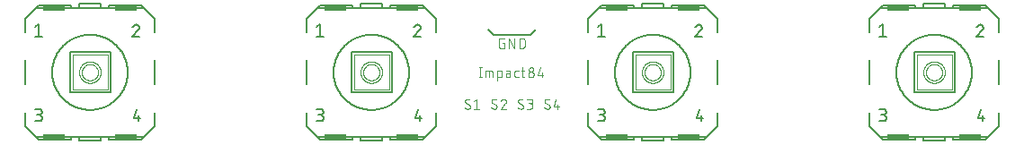
<source format=gbr>
G04 EAGLE Gerber RS-274X export*
G75*
%MOMM*%
%FSLAX34Y34*%
%LPD*%
%INSilkscreen Top*%
%IPPOS*%
%AMOC8*
5,1,8,0,0,1.08239X$1,22.5*%
G01*
%ADD10C,0.076200*%
%ADD11C,0.152400*%
%ADD12C,0.050800*%
%ADD13C,0.127000*%
%ADD14R,2.159000X0.508000*%


D10*
X458514Y37881D02*
X458603Y37883D01*
X458691Y37889D01*
X458779Y37898D01*
X458867Y37911D01*
X458954Y37928D01*
X459040Y37948D01*
X459125Y37973D01*
X459210Y38000D01*
X459293Y38032D01*
X459374Y38066D01*
X459454Y38105D01*
X459532Y38146D01*
X459609Y38191D01*
X459683Y38239D01*
X459756Y38290D01*
X459826Y38344D01*
X459893Y38402D01*
X459959Y38462D01*
X460021Y38524D01*
X460081Y38590D01*
X460139Y38657D01*
X460193Y38727D01*
X460244Y38800D01*
X460292Y38874D01*
X460337Y38951D01*
X460378Y39029D01*
X460417Y39109D01*
X460451Y39190D01*
X460483Y39273D01*
X460510Y39358D01*
X460535Y39443D01*
X460555Y39529D01*
X460572Y39616D01*
X460585Y39704D01*
X460594Y39792D01*
X460600Y39880D01*
X460602Y39969D01*
X458514Y37881D02*
X458385Y37883D01*
X458256Y37889D01*
X458127Y37898D01*
X457999Y37911D01*
X457871Y37928D01*
X457744Y37949D01*
X457617Y37973D01*
X457491Y38001D01*
X457366Y38033D01*
X457242Y38068D01*
X457119Y38107D01*
X456997Y38150D01*
X456877Y38196D01*
X456758Y38246D01*
X456640Y38299D01*
X456524Y38355D01*
X456410Y38415D01*
X456297Y38478D01*
X456187Y38545D01*
X456078Y38614D01*
X455972Y38687D01*
X455867Y38763D01*
X455765Y38842D01*
X455666Y38924D01*
X455568Y39008D01*
X455473Y39096D01*
X455381Y39186D01*
X455642Y45191D02*
X455644Y45280D01*
X455650Y45368D01*
X455659Y45456D01*
X455672Y45544D01*
X455689Y45631D01*
X455709Y45717D01*
X455734Y45802D01*
X455761Y45887D01*
X455793Y45970D01*
X455827Y46051D01*
X455866Y46131D01*
X455907Y46209D01*
X455952Y46286D01*
X456000Y46360D01*
X456051Y46433D01*
X456105Y46503D01*
X456163Y46570D01*
X456223Y46636D01*
X456285Y46698D01*
X456351Y46758D01*
X456418Y46816D01*
X456488Y46870D01*
X456561Y46921D01*
X456635Y46969D01*
X456712Y47014D01*
X456790Y47055D01*
X456870Y47094D01*
X456951Y47128D01*
X457034Y47160D01*
X457119Y47187D01*
X457204Y47212D01*
X457290Y47232D01*
X457377Y47249D01*
X457465Y47262D01*
X457553Y47271D01*
X457641Y47277D01*
X457730Y47279D01*
X457850Y47277D01*
X457970Y47272D01*
X458090Y47262D01*
X458209Y47250D01*
X458328Y47233D01*
X458446Y47213D01*
X458564Y47189D01*
X458680Y47162D01*
X458796Y47131D01*
X458911Y47097D01*
X459025Y47059D01*
X459138Y47017D01*
X459249Y46972D01*
X459359Y46924D01*
X459467Y46873D01*
X459574Y46818D01*
X459679Y46760D01*
X459782Y46698D01*
X459883Y46634D01*
X459983Y46566D01*
X460080Y46496D01*
X456686Y43364D02*
X456608Y43412D01*
X456532Y43464D01*
X456459Y43518D01*
X456388Y43576D01*
X456319Y43637D01*
X456253Y43701D01*
X456190Y43768D01*
X456130Y43837D01*
X456073Y43909D01*
X456019Y43983D01*
X455969Y44060D01*
X455921Y44139D01*
X455878Y44219D01*
X455837Y44302D01*
X455801Y44386D01*
X455768Y44471D01*
X455739Y44558D01*
X455713Y44647D01*
X455691Y44736D01*
X455674Y44826D01*
X455660Y44916D01*
X455650Y45008D01*
X455644Y45099D01*
X455642Y45191D01*
X459558Y41796D02*
X459636Y41748D01*
X459712Y41696D01*
X459785Y41642D01*
X459856Y41584D01*
X459925Y41523D01*
X459991Y41459D01*
X460054Y41392D01*
X460114Y41323D01*
X460171Y41251D01*
X460225Y41177D01*
X460275Y41100D01*
X460323Y41021D01*
X460366Y40941D01*
X460407Y40858D01*
X460443Y40774D01*
X460476Y40689D01*
X460505Y40602D01*
X460531Y40513D01*
X460553Y40424D01*
X460570Y40334D01*
X460584Y40244D01*
X460594Y40152D01*
X460600Y40061D01*
X460602Y39969D01*
X459558Y41797D02*
X456686Y43363D01*
X464220Y45191D02*
X466831Y47279D01*
X466831Y37881D01*
X469441Y37881D02*
X464220Y37881D01*
X483514Y37881D02*
X483603Y37883D01*
X483691Y37889D01*
X483779Y37898D01*
X483867Y37911D01*
X483954Y37928D01*
X484040Y37948D01*
X484125Y37973D01*
X484210Y38000D01*
X484293Y38032D01*
X484374Y38066D01*
X484454Y38105D01*
X484532Y38146D01*
X484609Y38191D01*
X484683Y38239D01*
X484756Y38290D01*
X484826Y38344D01*
X484893Y38402D01*
X484959Y38462D01*
X485021Y38524D01*
X485081Y38590D01*
X485139Y38657D01*
X485193Y38727D01*
X485244Y38800D01*
X485292Y38874D01*
X485337Y38951D01*
X485378Y39029D01*
X485417Y39109D01*
X485451Y39190D01*
X485483Y39273D01*
X485510Y39358D01*
X485535Y39443D01*
X485555Y39529D01*
X485572Y39616D01*
X485585Y39704D01*
X485594Y39792D01*
X485600Y39880D01*
X485602Y39969D01*
X483514Y37881D02*
X483385Y37883D01*
X483256Y37889D01*
X483127Y37898D01*
X482999Y37911D01*
X482871Y37928D01*
X482744Y37949D01*
X482617Y37973D01*
X482491Y38001D01*
X482366Y38033D01*
X482242Y38068D01*
X482119Y38107D01*
X481997Y38150D01*
X481877Y38196D01*
X481758Y38246D01*
X481640Y38299D01*
X481524Y38355D01*
X481410Y38415D01*
X481297Y38478D01*
X481187Y38545D01*
X481078Y38614D01*
X480972Y38687D01*
X480867Y38763D01*
X480765Y38842D01*
X480666Y38924D01*
X480568Y39008D01*
X480473Y39096D01*
X480381Y39186D01*
X480642Y45191D02*
X480644Y45280D01*
X480650Y45368D01*
X480659Y45456D01*
X480672Y45544D01*
X480689Y45631D01*
X480709Y45717D01*
X480734Y45802D01*
X480761Y45887D01*
X480793Y45970D01*
X480827Y46051D01*
X480866Y46131D01*
X480907Y46209D01*
X480952Y46286D01*
X481000Y46360D01*
X481051Y46433D01*
X481105Y46503D01*
X481163Y46570D01*
X481223Y46636D01*
X481285Y46698D01*
X481351Y46758D01*
X481418Y46816D01*
X481488Y46870D01*
X481561Y46921D01*
X481635Y46969D01*
X481712Y47014D01*
X481790Y47055D01*
X481870Y47094D01*
X481951Y47128D01*
X482034Y47160D01*
X482119Y47187D01*
X482204Y47212D01*
X482290Y47232D01*
X482377Y47249D01*
X482465Y47262D01*
X482553Y47271D01*
X482641Y47277D01*
X482730Y47279D01*
X482850Y47277D01*
X482970Y47272D01*
X483090Y47262D01*
X483209Y47250D01*
X483328Y47233D01*
X483446Y47213D01*
X483564Y47189D01*
X483680Y47162D01*
X483796Y47131D01*
X483911Y47097D01*
X484025Y47059D01*
X484138Y47017D01*
X484249Y46972D01*
X484359Y46924D01*
X484467Y46873D01*
X484574Y46818D01*
X484679Y46760D01*
X484782Y46698D01*
X484883Y46634D01*
X484983Y46566D01*
X485080Y46496D01*
X481686Y43364D02*
X481608Y43412D01*
X481532Y43464D01*
X481459Y43518D01*
X481388Y43576D01*
X481319Y43637D01*
X481253Y43701D01*
X481190Y43768D01*
X481130Y43837D01*
X481073Y43909D01*
X481019Y43983D01*
X480969Y44060D01*
X480921Y44139D01*
X480878Y44219D01*
X480837Y44302D01*
X480801Y44386D01*
X480768Y44471D01*
X480739Y44558D01*
X480713Y44647D01*
X480691Y44736D01*
X480674Y44826D01*
X480660Y44916D01*
X480650Y45008D01*
X480644Y45099D01*
X480642Y45191D01*
X484558Y41796D02*
X484636Y41748D01*
X484712Y41696D01*
X484785Y41642D01*
X484856Y41584D01*
X484925Y41523D01*
X484991Y41459D01*
X485054Y41392D01*
X485114Y41323D01*
X485171Y41251D01*
X485225Y41177D01*
X485275Y41100D01*
X485323Y41021D01*
X485366Y40941D01*
X485407Y40858D01*
X485443Y40774D01*
X485476Y40689D01*
X485505Y40602D01*
X485531Y40513D01*
X485553Y40424D01*
X485570Y40334D01*
X485584Y40244D01*
X485594Y40152D01*
X485600Y40061D01*
X485602Y39969D01*
X484558Y41797D02*
X481686Y43363D01*
X492092Y47280D02*
X492187Y47278D01*
X492281Y47272D01*
X492375Y47263D01*
X492469Y47250D01*
X492562Y47233D01*
X492654Y47212D01*
X492746Y47187D01*
X492836Y47159D01*
X492925Y47127D01*
X493013Y47092D01*
X493099Y47053D01*
X493184Y47011D01*
X493267Y46965D01*
X493348Y46916D01*
X493427Y46864D01*
X493504Y46809D01*
X493578Y46750D01*
X493650Y46689D01*
X493720Y46625D01*
X493787Y46558D01*
X493851Y46488D01*
X493912Y46416D01*
X493971Y46342D01*
X494026Y46265D01*
X494078Y46186D01*
X494127Y46105D01*
X494173Y46022D01*
X494215Y45937D01*
X494254Y45851D01*
X494289Y45763D01*
X494321Y45674D01*
X494349Y45584D01*
X494374Y45492D01*
X494395Y45400D01*
X494412Y45307D01*
X494425Y45213D01*
X494434Y45119D01*
X494440Y45025D01*
X494442Y44930D01*
X492092Y47279D02*
X491984Y47277D01*
X491875Y47271D01*
X491767Y47261D01*
X491660Y47248D01*
X491553Y47230D01*
X491446Y47209D01*
X491341Y47184D01*
X491236Y47155D01*
X491133Y47123D01*
X491031Y47086D01*
X490930Y47046D01*
X490831Y47003D01*
X490733Y46956D01*
X490637Y46905D01*
X490543Y46851D01*
X490451Y46794D01*
X490361Y46733D01*
X490273Y46669D01*
X490188Y46603D01*
X490105Y46533D01*
X490025Y46460D01*
X489947Y46384D01*
X489872Y46306D01*
X489800Y46225D01*
X489731Y46141D01*
X489665Y46055D01*
X489602Y45967D01*
X489543Y45876D01*
X489486Y45784D01*
X489433Y45689D01*
X489384Y45593D01*
X489338Y45494D01*
X489295Y45395D01*
X489256Y45293D01*
X489221Y45191D01*
X493659Y43102D02*
X493728Y43171D01*
X493794Y43242D01*
X493858Y43315D01*
X493919Y43391D01*
X493977Y43470D01*
X494031Y43550D01*
X494083Y43633D01*
X494131Y43717D01*
X494177Y43803D01*
X494218Y43891D01*
X494257Y43981D01*
X494292Y44072D01*
X494323Y44164D01*
X494351Y44257D01*
X494375Y44351D01*
X494395Y44446D01*
X494412Y44542D01*
X494425Y44639D01*
X494434Y44736D01*
X494440Y44833D01*
X494442Y44930D01*
X493658Y43102D02*
X489220Y37881D01*
X494441Y37881D01*
X508514Y37881D02*
X508603Y37883D01*
X508691Y37889D01*
X508779Y37898D01*
X508867Y37911D01*
X508954Y37928D01*
X509040Y37948D01*
X509125Y37973D01*
X509210Y38000D01*
X509293Y38032D01*
X509374Y38066D01*
X509454Y38105D01*
X509532Y38146D01*
X509609Y38191D01*
X509683Y38239D01*
X509756Y38290D01*
X509826Y38344D01*
X509893Y38402D01*
X509959Y38462D01*
X510021Y38524D01*
X510081Y38590D01*
X510139Y38657D01*
X510193Y38727D01*
X510244Y38800D01*
X510292Y38874D01*
X510337Y38951D01*
X510378Y39029D01*
X510417Y39109D01*
X510451Y39190D01*
X510483Y39273D01*
X510510Y39358D01*
X510535Y39443D01*
X510555Y39529D01*
X510572Y39616D01*
X510585Y39704D01*
X510594Y39792D01*
X510600Y39880D01*
X510602Y39969D01*
X508514Y37881D02*
X508385Y37883D01*
X508256Y37889D01*
X508127Y37898D01*
X507999Y37911D01*
X507871Y37928D01*
X507744Y37949D01*
X507617Y37973D01*
X507491Y38001D01*
X507366Y38033D01*
X507242Y38068D01*
X507119Y38107D01*
X506997Y38150D01*
X506877Y38196D01*
X506758Y38246D01*
X506640Y38299D01*
X506524Y38355D01*
X506410Y38415D01*
X506297Y38478D01*
X506187Y38545D01*
X506078Y38614D01*
X505972Y38687D01*
X505867Y38763D01*
X505765Y38842D01*
X505666Y38924D01*
X505568Y39008D01*
X505473Y39096D01*
X505381Y39186D01*
X505642Y45191D02*
X505644Y45280D01*
X505650Y45368D01*
X505659Y45456D01*
X505672Y45544D01*
X505689Y45631D01*
X505709Y45717D01*
X505734Y45802D01*
X505761Y45887D01*
X505793Y45970D01*
X505827Y46051D01*
X505866Y46131D01*
X505907Y46209D01*
X505952Y46286D01*
X506000Y46360D01*
X506051Y46433D01*
X506105Y46503D01*
X506163Y46570D01*
X506223Y46636D01*
X506285Y46698D01*
X506351Y46758D01*
X506418Y46816D01*
X506488Y46870D01*
X506561Y46921D01*
X506635Y46969D01*
X506712Y47014D01*
X506790Y47055D01*
X506870Y47094D01*
X506951Y47128D01*
X507034Y47160D01*
X507119Y47187D01*
X507204Y47212D01*
X507290Y47232D01*
X507377Y47249D01*
X507465Y47262D01*
X507553Y47271D01*
X507641Y47277D01*
X507730Y47279D01*
X507850Y47277D01*
X507970Y47272D01*
X508090Y47262D01*
X508209Y47250D01*
X508328Y47233D01*
X508446Y47213D01*
X508564Y47189D01*
X508680Y47162D01*
X508796Y47131D01*
X508911Y47097D01*
X509025Y47059D01*
X509138Y47017D01*
X509249Y46972D01*
X509359Y46924D01*
X509467Y46873D01*
X509574Y46818D01*
X509679Y46760D01*
X509782Y46698D01*
X509883Y46634D01*
X509983Y46566D01*
X510080Y46496D01*
X506686Y43364D02*
X506608Y43412D01*
X506532Y43464D01*
X506459Y43518D01*
X506388Y43576D01*
X506319Y43637D01*
X506253Y43701D01*
X506190Y43768D01*
X506130Y43837D01*
X506073Y43909D01*
X506019Y43983D01*
X505969Y44060D01*
X505921Y44139D01*
X505878Y44219D01*
X505837Y44302D01*
X505801Y44386D01*
X505768Y44471D01*
X505739Y44558D01*
X505713Y44647D01*
X505691Y44736D01*
X505674Y44826D01*
X505660Y44916D01*
X505650Y45008D01*
X505644Y45099D01*
X505642Y45191D01*
X509558Y41796D02*
X509636Y41748D01*
X509712Y41696D01*
X509785Y41642D01*
X509856Y41584D01*
X509925Y41523D01*
X509991Y41459D01*
X510054Y41392D01*
X510114Y41323D01*
X510171Y41251D01*
X510225Y41177D01*
X510275Y41100D01*
X510323Y41021D01*
X510366Y40941D01*
X510407Y40858D01*
X510443Y40774D01*
X510476Y40689D01*
X510505Y40602D01*
X510531Y40513D01*
X510553Y40424D01*
X510570Y40334D01*
X510584Y40244D01*
X510594Y40152D01*
X510600Y40061D01*
X510602Y39969D01*
X509558Y41797D02*
X506686Y43363D01*
X514220Y37881D02*
X516831Y37881D01*
X516932Y37883D01*
X517033Y37889D01*
X517134Y37899D01*
X517234Y37912D01*
X517334Y37930D01*
X517433Y37951D01*
X517531Y37977D01*
X517628Y38006D01*
X517724Y38038D01*
X517818Y38075D01*
X517911Y38115D01*
X518003Y38159D01*
X518092Y38206D01*
X518180Y38257D01*
X518266Y38311D01*
X518349Y38368D01*
X518431Y38428D01*
X518509Y38492D01*
X518586Y38558D01*
X518659Y38628D01*
X518730Y38700D01*
X518798Y38775D01*
X518863Y38853D01*
X518925Y38933D01*
X518984Y39015D01*
X519040Y39100D01*
X519092Y39186D01*
X519141Y39275D01*
X519187Y39366D01*
X519228Y39458D01*
X519267Y39552D01*
X519301Y39647D01*
X519332Y39743D01*
X519359Y39841D01*
X519383Y39939D01*
X519402Y40039D01*
X519418Y40139D01*
X519430Y40239D01*
X519438Y40340D01*
X519442Y40441D01*
X519442Y40543D01*
X519438Y40644D01*
X519430Y40745D01*
X519418Y40845D01*
X519402Y40945D01*
X519383Y41045D01*
X519359Y41143D01*
X519332Y41241D01*
X519301Y41337D01*
X519267Y41432D01*
X519228Y41526D01*
X519187Y41618D01*
X519141Y41709D01*
X519092Y41797D01*
X519040Y41884D01*
X518984Y41969D01*
X518925Y42051D01*
X518863Y42131D01*
X518798Y42209D01*
X518730Y42284D01*
X518659Y42356D01*
X518586Y42426D01*
X518509Y42492D01*
X518431Y42556D01*
X518349Y42616D01*
X518266Y42673D01*
X518180Y42727D01*
X518092Y42778D01*
X518003Y42825D01*
X517911Y42869D01*
X517818Y42909D01*
X517724Y42946D01*
X517628Y42978D01*
X517531Y43007D01*
X517433Y43033D01*
X517334Y43054D01*
X517234Y43072D01*
X517134Y43085D01*
X517033Y43095D01*
X516932Y43101D01*
X516831Y43103D01*
X517353Y47279D02*
X514220Y47279D01*
X517353Y47279D02*
X517443Y47277D01*
X517532Y47271D01*
X517622Y47262D01*
X517711Y47248D01*
X517799Y47231D01*
X517886Y47210D01*
X517973Y47185D01*
X518058Y47156D01*
X518142Y47124D01*
X518224Y47089D01*
X518305Y47049D01*
X518384Y47007D01*
X518461Y46961D01*
X518536Y46911D01*
X518609Y46859D01*
X518680Y46803D01*
X518748Y46745D01*
X518813Y46683D01*
X518876Y46619D01*
X518936Y46552D01*
X518993Y46483D01*
X519047Y46411D01*
X519098Y46337D01*
X519146Y46261D01*
X519190Y46183D01*
X519231Y46103D01*
X519269Y46021D01*
X519303Y45938D01*
X519333Y45853D01*
X519360Y45767D01*
X519383Y45681D01*
X519402Y45593D01*
X519417Y45504D01*
X519429Y45415D01*
X519437Y45326D01*
X519441Y45236D01*
X519441Y45146D01*
X519437Y45056D01*
X519429Y44967D01*
X519417Y44878D01*
X519402Y44789D01*
X519383Y44701D01*
X519360Y44615D01*
X519333Y44529D01*
X519303Y44444D01*
X519269Y44361D01*
X519231Y44279D01*
X519190Y44199D01*
X519146Y44121D01*
X519098Y44045D01*
X519047Y43971D01*
X518993Y43899D01*
X518936Y43830D01*
X518876Y43763D01*
X518813Y43699D01*
X518748Y43637D01*
X518680Y43579D01*
X518609Y43523D01*
X518536Y43471D01*
X518461Y43421D01*
X518384Y43375D01*
X518305Y43333D01*
X518224Y43293D01*
X518142Y43258D01*
X518058Y43226D01*
X517973Y43197D01*
X517886Y43172D01*
X517799Y43151D01*
X517711Y43134D01*
X517622Y43120D01*
X517532Y43111D01*
X517443Y43105D01*
X517353Y43103D01*
X517353Y43102D02*
X515264Y43102D01*
X533514Y37881D02*
X533603Y37883D01*
X533691Y37889D01*
X533779Y37898D01*
X533867Y37911D01*
X533954Y37928D01*
X534040Y37948D01*
X534125Y37973D01*
X534210Y38000D01*
X534293Y38032D01*
X534374Y38066D01*
X534454Y38105D01*
X534532Y38146D01*
X534609Y38191D01*
X534683Y38239D01*
X534756Y38290D01*
X534826Y38344D01*
X534893Y38402D01*
X534959Y38462D01*
X535021Y38524D01*
X535081Y38590D01*
X535139Y38657D01*
X535193Y38727D01*
X535244Y38800D01*
X535292Y38874D01*
X535337Y38951D01*
X535378Y39029D01*
X535417Y39109D01*
X535451Y39190D01*
X535483Y39273D01*
X535510Y39358D01*
X535535Y39443D01*
X535555Y39529D01*
X535572Y39616D01*
X535585Y39704D01*
X535594Y39792D01*
X535600Y39880D01*
X535602Y39969D01*
X533514Y37881D02*
X533385Y37883D01*
X533256Y37889D01*
X533127Y37898D01*
X532999Y37911D01*
X532871Y37928D01*
X532744Y37949D01*
X532617Y37973D01*
X532491Y38001D01*
X532366Y38033D01*
X532242Y38068D01*
X532119Y38107D01*
X531997Y38150D01*
X531877Y38196D01*
X531758Y38246D01*
X531640Y38299D01*
X531524Y38355D01*
X531410Y38415D01*
X531297Y38478D01*
X531187Y38545D01*
X531078Y38614D01*
X530972Y38687D01*
X530867Y38763D01*
X530765Y38842D01*
X530666Y38924D01*
X530568Y39008D01*
X530473Y39096D01*
X530381Y39186D01*
X530642Y45191D02*
X530644Y45280D01*
X530650Y45368D01*
X530659Y45456D01*
X530672Y45544D01*
X530689Y45631D01*
X530709Y45717D01*
X530734Y45802D01*
X530761Y45887D01*
X530793Y45970D01*
X530827Y46051D01*
X530866Y46131D01*
X530907Y46209D01*
X530952Y46286D01*
X531000Y46360D01*
X531051Y46433D01*
X531105Y46503D01*
X531163Y46570D01*
X531223Y46636D01*
X531285Y46698D01*
X531351Y46758D01*
X531418Y46816D01*
X531488Y46870D01*
X531561Y46921D01*
X531635Y46969D01*
X531712Y47014D01*
X531790Y47055D01*
X531870Y47094D01*
X531951Y47128D01*
X532034Y47160D01*
X532119Y47187D01*
X532204Y47212D01*
X532290Y47232D01*
X532377Y47249D01*
X532465Y47262D01*
X532553Y47271D01*
X532641Y47277D01*
X532730Y47279D01*
X532850Y47277D01*
X532970Y47272D01*
X533090Y47262D01*
X533209Y47250D01*
X533328Y47233D01*
X533446Y47213D01*
X533564Y47189D01*
X533680Y47162D01*
X533796Y47131D01*
X533911Y47097D01*
X534025Y47059D01*
X534138Y47017D01*
X534249Y46972D01*
X534359Y46924D01*
X534467Y46873D01*
X534574Y46818D01*
X534679Y46760D01*
X534782Y46698D01*
X534883Y46634D01*
X534983Y46566D01*
X535080Y46496D01*
X531686Y43364D02*
X531608Y43412D01*
X531532Y43464D01*
X531459Y43518D01*
X531388Y43576D01*
X531319Y43637D01*
X531253Y43701D01*
X531190Y43768D01*
X531130Y43837D01*
X531073Y43909D01*
X531019Y43983D01*
X530969Y44060D01*
X530921Y44139D01*
X530878Y44219D01*
X530837Y44302D01*
X530801Y44386D01*
X530768Y44471D01*
X530739Y44558D01*
X530713Y44647D01*
X530691Y44736D01*
X530674Y44826D01*
X530660Y44916D01*
X530650Y45008D01*
X530644Y45099D01*
X530642Y45191D01*
X534558Y41796D02*
X534636Y41748D01*
X534712Y41696D01*
X534785Y41642D01*
X534856Y41584D01*
X534925Y41523D01*
X534991Y41459D01*
X535054Y41392D01*
X535114Y41323D01*
X535171Y41251D01*
X535225Y41177D01*
X535275Y41100D01*
X535323Y41021D01*
X535366Y40941D01*
X535407Y40858D01*
X535443Y40774D01*
X535476Y40689D01*
X535505Y40602D01*
X535531Y40513D01*
X535553Y40424D01*
X535570Y40334D01*
X535584Y40244D01*
X535594Y40152D01*
X535600Y40061D01*
X535602Y39969D01*
X534558Y41797D02*
X531686Y43363D01*
X539220Y39969D02*
X541309Y47279D01*
X539220Y39969D02*
X544441Y39969D01*
X542875Y42058D02*
X542875Y37881D01*
X492612Y100442D02*
X491045Y100442D01*
X492612Y100442D02*
X492612Y95221D01*
X489479Y95221D01*
X489390Y95223D01*
X489302Y95229D01*
X489214Y95238D01*
X489126Y95251D01*
X489039Y95268D01*
X488953Y95288D01*
X488868Y95313D01*
X488783Y95340D01*
X488700Y95372D01*
X488619Y95406D01*
X488539Y95445D01*
X488461Y95486D01*
X488384Y95531D01*
X488310Y95579D01*
X488237Y95630D01*
X488167Y95684D01*
X488100Y95742D01*
X488034Y95802D01*
X487972Y95864D01*
X487912Y95930D01*
X487854Y95997D01*
X487800Y96067D01*
X487749Y96140D01*
X487701Y96214D01*
X487656Y96291D01*
X487615Y96369D01*
X487576Y96449D01*
X487542Y96530D01*
X487510Y96613D01*
X487483Y96698D01*
X487458Y96783D01*
X487438Y96869D01*
X487421Y96956D01*
X487408Y97044D01*
X487399Y97132D01*
X487393Y97220D01*
X487391Y97309D01*
X487391Y102531D01*
X487393Y102622D01*
X487399Y102713D01*
X487409Y102804D01*
X487423Y102894D01*
X487440Y102983D01*
X487462Y103071D01*
X487488Y103159D01*
X487517Y103245D01*
X487550Y103330D01*
X487587Y103413D01*
X487627Y103495D01*
X487671Y103575D01*
X487718Y103653D01*
X487769Y103729D01*
X487822Y103802D01*
X487879Y103873D01*
X487940Y103942D01*
X488003Y104007D01*
X488068Y104070D01*
X488137Y104130D01*
X488208Y104188D01*
X488281Y104241D01*
X488357Y104292D01*
X488435Y104339D01*
X488515Y104383D01*
X488597Y104423D01*
X488680Y104460D01*
X488765Y104493D01*
X488851Y104522D01*
X488939Y104548D01*
X489027Y104570D01*
X489116Y104587D01*
X489206Y104601D01*
X489297Y104611D01*
X489388Y104617D01*
X489479Y104619D01*
X492612Y104619D01*
X497144Y104619D02*
X497144Y95221D01*
X502365Y95221D02*
X497144Y104619D01*
X502365Y104619D02*
X502365Y95221D01*
X506898Y95221D02*
X506898Y104619D01*
X509508Y104619D01*
X509608Y104617D01*
X509708Y104611D01*
X509807Y104602D01*
X509907Y104588D01*
X510005Y104571D01*
X510103Y104550D01*
X510200Y104526D01*
X510296Y104497D01*
X510391Y104465D01*
X510484Y104430D01*
X510576Y104391D01*
X510667Y104348D01*
X510755Y104302D01*
X510842Y104252D01*
X510927Y104200D01*
X511010Y104144D01*
X511091Y104085D01*
X511169Y104022D01*
X511245Y103957D01*
X511319Y103889D01*
X511389Y103819D01*
X511457Y103745D01*
X511522Y103669D01*
X511585Y103591D01*
X511644Y103510D01*
X511700Y103427D01*
X511752Y103342D01*
X511802Y103255D01*
X511848Y103167D01*
X511891Y103076D01*
X511930Y102984D01*
X511965Y102891D01*
X511997Y102796D01*
X512026Y102700D01*
X512050Y102603D01*
X512071Y102505D01*
X512088Y102407D01*
X512102Y102307D01*
X512111Y102208D01*
X512117Y102108D01*
X512119Y102008D01*
X512119Y97832D01*
X512117Y97732D01*
X512111Y97632D01*
X512102Y97533D01*
X512088Y97433D01*
X512071Y97335D01*
X512050Y97237D01*
X512026Y97140D01*
X511997Y97044D01*
X511965Y96949D01*
X511930Y96856D01*
X511891Y96764D01*
X511848Y96673D01*
X511802Y96585D01*
X511752Y96498D01*
X511700Y96413D01*
X511644Y96330D01*
X511585Y96249D01*
X511522Y96171D01*
X511457Y96095D01*
X511389Y96021D01*
X511319Y95951D01*
X511245Y95883D01*
X511169Y95818D01*
X511091Y95755D01*
X511010Y95696D01*
X510927Y95640D01*
X510842Y95588D01*
X510755Y95538D01*
X510667Y95492D01*
X510576Y95449D01*
X510484Y95410D01*
X510391Y95375D01*
X510296Y95343D01*
X510200Y95314D01*
X510103Y95290D01*
X510005Y95269D01*
X509907Y95252D01*
X509807Y95238D01*
X509708Y95229D01*
X509608Y95223D01*
X509508Y95221D01*
X506898Y95221D01*
D11*
X517500Y107500D02*
X482500Y107500D01*
X477500Y112500D01*
X517500Y107500D02*
X522500Y112500D01*
D10*
X470316Y77119D02*
X470316Y67721D01*
X469272Y67721D02*
X471360Y67721D01*
X471360Y77119D02*
X469272Y77119D01*
X475413Y73986D02*
X475413Y67721D01*
X475413Y73986D02*
X480112Y73986D01*
X480189Y73984D01*
X480265Y73978D01*
X480342Y73969D01*
X480418Y73956D01*
X480493Y73939D01*
X480567Y73919D01*
X480640Y73894D01*
X480711Y73867D01*
X480782Y73836D01*
X480850Y73801D01*
X480917Y73763D01*
X480982Y73722D01*
X481045Y73678D01*
X481105Y73631D01*
X481164Y73580D01*
X481219Y73527D01*
X481272Y73472D01*
X481323Y73413D01*
X481370Y73353D01*
X481414Y73290D01*
X481455Y73225D01*
X481493Y73158D01*
X481528Y73090D01*
X481559Y73019D01*
X481586Y72948D01*
X481611Y72875D01*
X481631Y72801D01*
X481648Y72726D01*
X481661Y72650D01*
X481670Y72573D01*
X481676Y72497D01*
X481678Y72420D01*
X481678Y67721D01*
X478546Y67721D02*
X478546Y73986D01*
X486256Y73986D02*
X486256Y64588D01*
X486256Y73986D02*
X488867Y73986D01*
X488944Y73984D01*
X489020Y73978D01*
X489097Y73969D01*
X489173Y73956D01*
X489248Y73939D01*
X489322Y73919D01*
X489395Y73894D01*
X489466Y73867D01*
X489537Y73836D01*
X489605Y73801D01*
X489672Y73763D01*
X489737Y73722D01*
X489800Y73678D01*
X489860Y73631D01*
X489919Y73580D01*
X489974Y73527D01*
X490027Y73472D01*
X490078Y73413D01*
X490125Y73353D01*
X490169Y73290D01*
X490210Y73225D01*
X490248Y73158D01*
X490283Y73090D01*
X490314Y73019D01*
X490341Y72948D01*
X490366Y72875D01*
X490386Y72801D01*
X490403Y72726D01*
X490416Y72650D01*
X490425Y72574D01*
X490431Y72497D01*
X490433Y72420D01*
X490433Y69287D01*
X490431Y69210D01*
X490425Y69134D01*
X490416Y69057D01*
X490403Y68981D01*
X490386Y68906D01*
X490366Y68832D01*
X490341Y68759D01*
X490314Y68688D01*
X490283Y68617D01*
X490248Y68549D01*
X490210Y68482D01*
X490169Y68417D01*
X490125Y68354D01*
X490078Y68294D01*
X490027Y68235D01*
X489974Y68180D01*
X489919Y68127D01*
X489860Y68076D01*
X489800Y68029D01*
X489737Y67985D01*
X489672Y67944D01*
X489605Y67906D01*
X489537Y67871D01*
X489466Y67840D01*
X489395Y67813D01*
X489322Y67788D01*
X489248Y67768D01*
X489173Y67751D01*
X489097Y67738D01*
X489020Y67729D01*
X488944Y67723D01*
X488867Y67721D01*
X486256Y67721D01*
X495917Y71376D02*
X498267Y71376D01*
X495917Y71375D02*
X495833Y71373D01*
X495748Y71367D01*
X495665Y71357D01*
X495581Y71344D01*
X495499Y71326D01*
X495417Y71305D01*
X495336Y71280D01*
X495257Y71252D01*
X495179Y71219D01*
X495103Y71183D01*
X495028Y71144D01*
X494955Y71101D01*
X494884Y71055D01*
X494816Y71006D01*
X494750Y70954D01*
X494686Y70898D01*
X494625Y70840D01*
X494567Y70779D01*
X494511Y70715D01*
X494459Y70649D01*
X494410Y70581D01*
X494364Y70510D01*
X494321Y70437D01*
X494282Y70362D01*
X494246Y70286D01*
X494213Y70208D01*
X494185Y70129D01*
X494160Y70048D01*
X494139Y69966D01*
X494121Y69884D01*
X494108Y69800D01*
X494098Y69717D01*
X494092Y69632D01*
X494090Y69548D01*
X494092Y69464D01*
X494098Y69379D01*
X494108Y69296D01*
X494121Y69212D01*
X494139Y69130D01*
X494160Y69048D01*
X494185Y68967D01*
X494213Y68888D01*
X494246Y68810D01*
X494282Y68734D01*
X494321Y68659D01*
X494364Y68586D01*
X494410Y68515D01*
X494459Y68447D01*
X494511Y68381D01*
X494567Y68317D01*
X494625Y68256D01*
X494686Y68198D01*
X494750Y68142D01*
X494816Y68090D01*
X494884Y68041D01*
X494955Y67995D01*
X495028Y67952D01*
X495103Y67913D01*
X495179Y67877D01*
X495257Y67844D01*
X495336Y67816D01*
X495417Y67791D01*
X495499Y67770D01*
X495581Y67752D01*
X495665Y67739D01*
X495748Y67729D01*
X495833Y67723D01*
X495917Y67721D01*
X498267Y67721D01*
X498267Y72420D01*
X498266Y72420D02*
X498264Y72497D01*
X498258Y72573D01*
X498249Y72650D01*
X498236Y72726D01*
X498219Y72801D01*
X498199Y72875D01*
X498174Y72948D01*
X498147Y73019D01*
X498116Y73090D01*
X498081Y73158D01*
X498043Y73225D01*
X498002Y73290D01*
X497958Y73353D01*
X497911Y73413D01*
X497860Y73472D01*
X497807Y73527D01*
X497752Y73580D01*
X497693Y73631D01*
X497633Y73678D01*
X497570Y73722D01*
X497505Y73763D01*
X497438Y73801D01*
X497370Y73836D01*
X497299Y73867D01*
X497228Y73894D01*
X497155Y73919D01*
X497081Y73939D01*
X497006Y73956D01*
X496930Y73969D01*
X496853Y73978D01*
X496777Y73984D01*
X496700Y73986D01*
X494612Y73986D01*
X503942Y67721D02*
X506030Y67721D01*
X503942Y67721D02*
X503865Y67723D01*
X503789Y67729D01*
X503712Y67738D01*
X503636Y67751D01*
X503561Y67768D01*
X503487Y67788D01*
X503414Y67813D01*
X503343Y67840D01*
X503272Y67871D01*
X503204Y67906D01*
X503137Y67944D01*
X503072Y67985D01*
X503009Y68029D01*
X502949Y68076D01*
X502890Y68127D01*
X502835Y68180D01*
X502782Y68235D01*
X502731Y68294D01*
X502684Y68354D01*
X502640Y68417D01*
X502599Y68482D01*
X502561Y68549D01*
X502526Y68617D01*
X502495Y68688D01*
X502468Y68759D01*
X502443Y68832D01*
X502423Y68906D01*
X502406Y68981D01*
X502393Y69057D01*
X502384Y69134D01*
X502378Y69210D01*
X502376Y69287D01*
X502375Y69287D02*
X502375Y72420D01*
X502376Y72420D02*
X502378Y72497D01*
X502384Y72573D01*
X502393Y72650D01*
X502406Y72726D01*
X502423Y72801D01*
X502443Y72875D01*
X502468Y72948D01*
X502495Y73019D01*
X502526Y73090D01*
X502561Y73158D01*
X502599Y73225D01*
X502640Y73290D01*
X502684Y73353D01*
X502731Y73413D01*
X502782Y73472D01*
X502835Y73527D01*
X502890Y73580D01*
X502949Y73631D01*
X503009Y73678D01*
X503072Y73722D01*
X503137Y73763D01*
X503204Y73801D01*
X503272Y73836D01*
X503343Y73867D01*
X503414Y73894D01*
X503487Y73919D01*
X503561Y73939D01*
X503636Y73956D01*
X503712Y73969D01*
X503789Y73978D01*
X503865Y73984D01*
X503942Y73986D01*
X506030Y73986D01*
X508607Y73986D02*
X511739Y73986D01*
X509651Y77119D02*
X509651Y69287D01*
X509653Y69210D01*
X509659Y69134D01*
X509668Y69057D01*
X509681Y68981D01*
X509698Y68906D01*
X509718Y68832D01*
X509743Y68759D01*
X509770Y68688D01*
X509801Y68617D01*
X509836Y68549D01*
X509874Y68482D01*
X509915Y68417D01*
X509959Y68354D01*
X510006Y68294D01*
X510057Y68235D01*
X510110Y68180D01*
X510165Y68127D01*
X510224Y68076D01*
X510284Y68029D01*
X510347Y67985D01*
X510412Y67944D01*
X510479Y67906D01*
X510547Y67871D01*
X510618Y67840D01*
X510689Y67813D01*
X510762Y67788D01*
X510836Y67768D01*
X510911Y67751D01*
X510987Y67738D01*
X511064Y67729D01*
X511140Y67723D01*
X511217Y67721D01*
X511739Y67721D01*
X515253Y70332D02*
X515255Y70433D01*
X515261Y70534D01*
X515271Y70635D01*
X515284Y70735D01*
X515302Y70835D01*
X515323Y70934D01*
X515349Y71032D01*
X515378Y71129D01*
X515410Y71225D01*
X515447Y71319D01*
X515487Y71412D01*
X515531Y71504D01*
X515578Y71593D01*
X515629Y71681D01*
X515683Y71767D01*
X515740Y71850D01*
X515800Y71932D01*
X515864Y72010D01*
X515930Y72087D01*
X516000Y72160D01*
X516072Y72231D01*
X516147Y72299D01*
X516225Y72364D01*
X516305Y72426D01*
X516387Y72485D01*
X516472Y72541D01*
X516559Y72593D01*
X516647Y72642D01*
X516738Y72688D01*
X516830Y72729D01*
X516924Y72768D01*
X517019Y72802D01*
X517115Y72833D01*
X517213Y72860D01*
X517311Y72884D01*
X517411Y72903D01*
X517511Y72919D01*
X517611Y72931D01*
X517712Y72939D01*
X517813Y72943D01*
X517915Y72943D01*
X518016Y72939D01*
X518117Y72931D01*
X518217Y72919D01*
X518317Y72903D01*
X518417Y72884D01*
X518515Y72860D01*
X518613Y72833D01*
X518709Y72802D01*
X518804Y72768D01*
X518898Y72729D01*
X518990Y72688D01*
X519081Y72642D01*
X519170Y72593D01*
X519256Y72541D01*
X519341Y72485D01*
X519423Y72426D01*
X519503Y72364D01*
X519581Y72299D01*
X519656Y72231D01*
X519728Y72160D01*
X519798Y72087D01*
X519864Y72010D01*
X519928Y71932D01*
X519988Y71850D01*
X520045Y71767D01*
X520099Y71681D01*
X520150Y71593D01*
X520197Y71504D01*
X520241Y71412D01*
X520281Y71319D01*
X520318Y71225D01*
X520350Y71129D01*
X520379Y71032D01*
X520405Y70934D01*
X520426Y70835D01*
X520444Y70735D01*
X520457Y70635D01*
X520467Y70534D01*
X520473Y70433D01*
X520475Y70332D01*
X520473Y70231D01*
X520467Y70130D01*
X520457Y70029D01*
X520444Y69929D01*
X520426Y69829D01*
X520405Y69730D01*
X520379Y69632D01*
X520350Y69535D01*
X520318Y69439D01*
X520281Y69345D01*
X520241Y69252D01*
X520197Y69160D01*
X520150Y69071D01*
X520099Y68983D01*
X520045Y68897D01*
X519988Y68814D01*
X519928Y68732D01*
X519864Y68654D01*
X519798Y68577D01*
X519728Y68504D01*
X519656Y68433D01*
X519581Y68365D01*
X519503Y68300D01*
X519423Y68238D01*
X519341Y68179D01*
X519256Y68123D01*
X519169Y68071D01*
X519081Y68022D01*
X518990Y67976D01*
X518898Y67935D01*
X518804Y67896D01*
X518709Y67862D01*
X518613Y67831D01*
X518515Y67804D01*
X518417Y67780D01*
X518317Y67761D01*
X518217Y67745D01*
X518117Y67733D01*
X518016Y67725D01*
X517915Y67721D01*
X517813Y67721D01*
X517712Y67725D01*
X517611Y67733D01*
X517511Y67745D01*
X517411Y67761D01*
X517311Y67780D01*
X517213Y67804D01*
X517115Y67831D01*
X517019Y67862D01*
X516924Y67896D01*
X516830Y67935D01*
X516738Y67976D01*
X516647Y68022D01*
X516559Y68071D01*
X516472Y68123D01*
X516387Y68179D01*
X516305Y68238D01*
X516225Y68300D01*
X516147Y68365D01*
X516072Y68433D01*
X516000Y68504D01*
X515930Y68577D01*
X515864Y68654D01*
X515800Y68732D01*
X515740Y68814D01*
X515683Y68897D01*
X515629Y68983D01*
X515578Y69071D01*
X515531Y69160D01*
X515487Y69252D01*
X515447Y69345D01*
X515410Y69439D01*
X515378Y69535D01*
X515349Y69632D01*
X515323Y69730D01*
X515302Y69829D01*
X515284Y69929D01*
X515271Y70029D01*
X515261Y70130D01*
X515255Y70231D01*
X515253Y70332D01*
X515776Y75031D02*
X515778Y75121D01*
X515784Y75210D01*
X515793Y75300D01*
X515807Y75389D01*
X515824Y75477D01*
X515845Y75564D01*
X515870Y75651D01*
X515899Y75736D01*
X515931Y75820D01*
X515966Y75902D01*
X516006Y75983D01*
X516048Y76062D01*
X516094Y76139D01*
X516144Y76214D01*
X516196Y76287D01*
X516252Y76358D01*
X516310Y76426D01*
X516372Y76491D01*
X516436Y76554D01*
X516503Y76614D01*
X516572Y76671D01*
X516644Y76725D01*
X516718Y76776D01*
X516794Y76824D01*
X516872Y76868D01*
X516952Y76909D01*
X517034Y76947D01*
X517117Y76981D01*
X517202Y77011D01*
X517288Y77038D01*
X517374Y77061D01*
X517462Y77080D01*
X517551Y77095D01*
X517640Y77107D01*
X517729Y77115D01*
X517819Y77119D01*
X517909Y77119D01*
X517999Y77115D01*
X518088Y77107D01*
X518177Y77095D01*
X518266Y77080D01*
X518354Y77061D01*
X518440Y77038D01*
X518526Y77011D01*
X518611Y76981D01*
X518694Y76947D01*
X518776Y76909D01*
X518856Y76868D01*
X518934Y76824D01*
X519010Y76776D01*
X519084Y76725D01*
X519156Y76671D01*
X519225Y76614D01*
X519292Y76554D01*
X519356Y76491D01*
X519418Y76426D01*
X519476Y76358D01*
X519532Y76287D01*
X519584Y76214D01*
X519634Y76139D01*
X519680Y76062D01*
X519722Y75983D01*
X519762Y75902D01*
X519797Y75820D01*
X519829Y75736D01*
X519858Y75651D01*
X519883Y75564D01*
X519904Y75477D01*
X519921Y75389D01*
X519935Y75300D01*
X519944Y75210D01*
X519950Y75121D01*
X519952Y75031D01*
X519950Y74941D01*
X519944Y74852D01*
X519935Y74762D01*
X519921Y74673D01*
X519904Y74585D01*
X519883Y74498D01*
X519858Y74411D01*
X519829Y74326D01*
X519797Y74242D01*
X519762Y74160D01*
X519722Y74079D01*
X519680Y74000D01*
X519634Y73923D01*
X519584Y73848D01*
X519532Y73775D01*
X519476Y73704D01*
X519418Y73636D01*
X519356Y73571D01*
X519292Y73508D01*
X519225Y73448D01*
X519156Y73391D01*
X519084Y73337D01*
X519010Y73286D01*
X518934Y73238D01*
X518856Y73194D01*
X518776Y73153D01*
X518694Y73115D01*
X518611Y73081D01*
X518526Y73051D01*
X518440Y73024D01*
X518354Y73001D01*
X518266Y72982D01*
X518177Y72967D01*
X518088Y72955D01*
X517999Y72947D01*
X517909Y72943D01*
X517819Y72943D01*
X517729Y72947D01*
X517640Y72955D01*
X517551Y72967D01*
X517462Y72982D01*
X517374Y73001D01*
X517288Y73024D01*
X517202Y73051D01*
X517117Y73081D01*
X517034Y73115D01*
X516952Y73153D01*
X516872Y73194D01*
X516794Y73238D01*
X516718Y73286D01*
X516644Y73337D01*
X516572Y73391D01*
X516503Y73448D01*
X516436Y73508D01*
X516372Y73571D01*
X516310Y73636D01*
X516252Y73704D01*
X516196Y73775D01*
X516144Y73848D01*
X516094Y73923D01*
X516048Y74000D01*
X516006Y74079D01*
X515966Y74160D01*
X515931Y74242D01*
X515899Y74326D01*
X515870Y74411D01*
X515845Y74498D01*
X515824Y74585D01*
X515807Y74673D01*
X515793Y74762D01*
X515784Y74852D01*
X515778Y74941D01*
X515776Y75031D01*
X524398Y69809D02*
X526486Y77119D01*
X524398Y69809D02*
X529619Y69809D01*
X528053Y71898D02*
X528053Y67721D01*
D11*
X386550Y91550D02*
X348450Y91550D01*
X386550Y91550D02*
X386550Y53450D01*
X348450Y53450D01*
X348450Y91550D01*
D12*
X350990Y89010D02*
X384010Y89010D01*
X384010Y55990D01*
X350990Y55990D01*
X350990Y89010D01*
D11*
X357340Y133460D02*
X357340Y137270D01*
X357340Y133460D02*
X377660Y133460D01*
X377660Y137270D02*
X357340Y137270D01*
X377660Y137270D02*
X377660Y133460D01*
X418300Y133460D02*
X428460Y123300D01*
X418300Y133460D02*
X385280Y133460D01*
X428460Y123300D02*
X428460Y110600D01*
X428460Y83930D02*
X428460Y61070D01*
X428460Y21700D02*
X418300Y11540D01*
X428460Y21700D02*
X428460Y34400D01*
X306540Y61070D02*
X306540Y83930D01*
X306540Y34400D02*
X306540Y21700D01*
X316700Y11540D01*
X349720Y11540D01*
X349720Y133460D02*
X316700Y133460D01*
X306540Y123300D01*
X306540Y110600D01*
X357340Y7730D02*
X377660Y7730D01*
X357340Y7730D02*
X357340Y11540D01*
X377660Y11540D02*
X377660Y7730D01*
X418300Y133460D02*
X415760Y136000D01*
X385280Y136000D01*
X385280Y133460D01*
X377660Y133460D01*
X349720Y133460D02*
X349720Y136000D01*
X349720Y133460D02*
X357340Y133460D01*
X349720Y136000D02*
X319240Y136000D01*
X316700Y133460D01*
X357340Y11540D02*
X377660Y11540D01*
X385280Y11540D01*
X349720Y11540D02*
X349720Y9000D01*
X349720Y11540D02*
X357340Y11540D01*
X349720Y9000D02*
X319240Y9000D01*
X316700Y11540D01*
X385280Y11540D02*
X385280Y9000D01*
X385280Y11540D02*
X418300Y11540D01*
X415760Y9000D02*
X385280Y9000D01*
X415760Y9000D02*
X418300Y11540D01*
X331940Y72500D02*
X331951Y73373D01*
X331983Y74245D01*
X332036Y75116D01*
X332111Y75985D01*
X332207Y76853D01*
X332325Y77718D01*
X332464Y78579D01*
X332623Y79437D01*
X332804Y80291D01*
X333006Y81140D01*
X333228Y81984D01*
X333471Y82823D01*
X333735Y83655D01*
X334019Y84480D01*
X334323Y85298D01*
X334647Y86108D01*
X334991Y86910D01*
X335354Y87704D01*
X335737Y88488D01*
X336139Y89263D01*
X336560Y90027D01*
X336999Y90781D01*
X337457Y91525D01*
X337933Y92256D01*
X338427Y92976D01*
X338938Y93683D01*
X339466Y94378D01*
X340012Y95059D01*
X340574Y95727D01*
X341152Y96381D01*
X341746Y97020D01*
X342355Y97645D01*
X342980Y98254D01*
X343619Y98848D01*
X344273Y99426D01*
X344941Y99988D01*
X345622Y100534D01*
X346317Y101062D01*
X347024Y101573D01*
X347744Y102067D01*
X348475Y102543D01*
X349219Y103001D01*
X349973Y103440D01*
X350737Y103861D01*
X351512Y104263D01*
X352296Y104646D01*
X353090Y105009D01*
X353892Y105353D01*
X354702Y105677D01*
X355520Y105981D01*
X356345Y106265D01*
X357177Y106529D01*
X358016Y106772D01*
X358860Y106994D01*
X359709Y107196D01*
X360563Y107377D01*
X361421Y107536D01*
X362282Y107675D01*
X363147Y107793D01*
X364015Y107889D01*
X364884Y107964D01*
X365755Y108017D01*
X366627Y108049D01*
X367500Y108060D01*
X368373Y108049D01*
X369245Y108017D01*
X370116Y107964D01*
X370985Y107889D01*
X371853Y107793D01*
X372718Y107675D01*
X373579Y107536D01*
X374437Y107377D01*
X375291Y107196D01*
X376140Y106994D01*
X376984Y106772D01*
X377823Y106529D01*
X378655Y106265D01*
X379480Y105981D01*
X380298Y105677D01*
X381108Y105353D01*
X381910Y105009D01*
X382704Y104646D01*
X383488Y104263D01*
X384263Y103861D01*
X385027Y103440D01*
X385781Y103001D01*
X386525Y102543D01*
X387256Y102067D01*
X387976Y101573D01*
X388683Y101062D01*
X389378Y100534D01*
X390059Y99988D01*
X390727Y99426D01*
X391381Y98848D01*
X392020Y98254D01*
X392645Y97645D01*
X393254Y97020D01*
X393848Y96381D01*
X394426Y95727D01*
X394988Y95059D01*
X395534Y94378D01*
X396062Y93683D01*
X396573Y92976D01*
X397067Y92256D01*
X397543Y91525D01*
X398001Y90781D01*
X398440Y90027D01*
X398861Y89263D01*
X399263Y88488D01*
X399646Y87704D01*
X400009Y86910D01*
X400353Y86108D01*
X400677Y85298D01*
X400981Y84480D01*
X401265Y83655D01*
X401529Y82823D01*
X401772Y81984D01*
X401994Y81140D01*
X402196Y80291D01*
X402377Y79437D01*
X402536Y78579D01*
X402675Y77718D01*
X402793Y76853D01*
X402889Y75985D01*
X402964Y75116D01*
X403017Y74245D01*
X403049Y73373D01*
X403060Y72500D01*
X403049Y71627D01*
X403017Y70755D01*
X402964Y69884D01*
X402889Y69015D01*
X402793Y68147D01*
X402675Y67282D01*
X402536Y66421D01*
X402377Y65563D01*
X402196Y64709D01*
X401994Y63860D01*
X401772Y63016D01*
X401529Y62177D01*
X401265Y61345D01*
X400981Y60520D01*
X400677Y59702D01*
X400353Y58892D01*
X400009Y58090D01*
X399646Y57296D01*
X399263Y56512D01*
X398861Y55737D01*
X398440Y54973D01*
X398001Y54219D01*
X397543Y53475D01*
X397067Y52744D01*
X396573Y52024D01*
X396062Y51317D01*
X395534Y50622D01*
X394988Y49941D01*
X394426Y49273D01*
X393848Y48619D01*
X393254Y47980D01*
X392645Y47355D01*
X392020Y46746D01*
X391381Y46152D01*
X390727Y45574D01*
X390059Y45012D01*
X389378Y44466D01*
X388683Y43938D01*
X387976Y43427D01*
X387256Y42933D01*
X386525Y42457D01*
X385781Y41999D01*
X385027Y41560D01*
X384263Y41139D01*
X383488Y40737D01*
X382704Y40354D01*
X381910Y39991D01*
X381108Y39647D01*
X380298Y39323D01*
X379480Y39019D01*
X378655Y38735D01*
X377823Y38471D01*
X376984Y38228D01*
X376140Y38006D01*
X375291Y37804D01*
X374437Y37623D01*
X373579Y37464D01*
X372718Y37325D01*
X371853Y37207D01*
X370985Y37111D01*
X370116Y37036D01*
X369245Y36983D01*
X368373Y36951D01*
X367500Y36940D01*
X366627Y36951D01*
X365755Y36983D01*
X364884Y37036D01*
X364015Y37111D01*
X363147Y37207D01*
X362282Y37325D01*
X361421Y37464D01*
X360563Y37623D01*
X359709Y37804D01*
X358860Y38006D01*
X358016Y38228D01*
X357177Y38471D01*
X356345Y38735D01*
X355520Y39019D01*
X354702Y39323D01*
X353892Y39647D01*
X353090Y39991D01*
X352296Y40354D01*
X351512Y40737D01*
X350737Y41139D01*
X349973Y41560D01*
X349219Y41999D01*
X348475Y42457D01*
X347744Y42933D01*
X347024Y43427D01*
X346317Y43938D01*
X345622Y44466D01*
X344941Y45012D01*
X344273Y45574D01*
X343619Y46152D01*
X342980Y46746D01*
X342355Y47355D01*
X341746Y47980D01*
X341152Y48619D01*
X340574Y49273D01*
X340012Y49941D01*
X339466Y50622D01*
X338938Y51317D01*
X338427Y52024D01*
X337933Y52744D01*
X337457Y53475D01*
X336999Y54219D01*
X336560Y54973D01*
X336139Y55737D01*
X335737Y56512D01*
X335354Y57296D01*
X334991Y58090D01*
X334647Y58892D01*
X334323Y59702D01*
X334019Y60520D01*
X333735Y61345D01*
X333471Y62177D01*
X333228Y63016D01*
X333006Y63860D01*
X332804Y64709D01*
X332623Y65563D01*
X332464Y66421D01*
X332325Y67282D01*
X332207Y68147D01*
X332111Y69015D01*
X332036Y69884D01*
X331983Y70755D01*
X331951Y71627D01*
X331940Y72500D01*
D12*
X357340Y72500D02*
X357343Y72749D01*
X357352Y72999D01*
X357368Y73247D01*
X357389Y73496D01*
X357416Y73744D01*
X357450Y73991D01*
X357490Y74237D01*
X357535Y74482D01*
X357587Y74726D01*
X357644Y74969D01*
X357708Y75210D01*
X357777Y75449D01*
X357853Y75687D01*
X357934Y75923D01*
X358021Y76157D01*
X358113Y76388D01*
X358212Y76617D01*
X358315Y76844D01*
X358425Y77068D01*
X358540Y77289D01*
X358660Y77508D01*
X358785Y77723D01*
X358916Y77936D01*
X359052Y78145D01*
X359193Y78350D01*
X359339Y78552D01*
X359490Y78751D01*
X359646Y78945D01*
X359807Y79136D01*
X359972Y79323D01*
X360142Y79506D01*
X360316Y79684D01*
X360494Y79858D01*
X360677Y80028D01*
X360864Y80193D01*
X361055Y80354D01*
X361249Y80510D01*
X361448Y80661D01*
X361650Y80807D01*
X361855Y80948D01*
X362064Y81084D01*
X362277Y81215D01*
X362492Y81340D01*
X362711Y81460D01*
X362932Y81575D01*
X363156Y81685D01*
X363383Y81788D01*
X363612Y81887D01*
X363843Y81979D01*
X364077Y82066D01*
X364313Y82147D01*
X364551Y82223D01*
X364790Y82292D01*
X365031Y82356D01*
X365274Y82413D01*
X365518Y82465D01*
X365763Y82510D01*
X366009Y82550D01*
X366256Y82584D01*
X366504Y82611D01*
X366753Y82632D01*
X367001Y82648D01*
X367251Y82657D01*
X367500Y82660D01*
X367749Y82657D01*
X367999Y82648D01*
X368247Y82632D01*
X368496Y82611D01*
X368744Y82584D01*
X368991Y82550D01*
X369237Y82510D01*
X369482Y82465D01*
X369726Y82413D01*
X369969Y82356D01*
X370210Y82292D01*
X370449Y82223D01*
X370687Y82147D01*
X370923Y82066D01*
X371157Y81979D01*
X371388Y81887D01*
X371617Y81788D01*
X371844Y81685D01*
X372068Y81575D01*
X372289Y81460D01*
X372508Y81340D01*
X372723Y81215D01*
X372936Y81084D01*
X373145Y80948D01*
X373350Y80807D01*
X373552Y80661D01*
X373751Y80510D01*
X373945Y80354D01*
X374136Y80193D01*
X374323Y80028D01*
X374506Y79858D01*
X374684Y79684D01*
X374858Y79506D01*
X375028Y79323D01*
X375193Y79136D01*
X375354Y78945D01*
X375510Y78751D01*
X375661Y78552D01*
X375807Y78350D01*
X375948Y78145D01*
X376084Y77936D01*
X376215Y77723D01*
X376340Y77508D01*
X376460Y77289D01*
X376575Y77068D01*
X376685Y76844D01*
X376788Y76617D01*
X376887Y76388D01*
X376979Y76157D01*
X377066Y75923D01*
X377147Y75687D01*
X377223Y75449D01*
X377292Y75210D01*
X377356Y74969D01*
X377413Y74726D01*
X377465Y74482D01*
X377510Y74237D01*
X377550Y73991D01*
X377584Y73744D01*
X377611Y73496D01*
X377632Y73247D01*
X377648Y72999D01*
X377657Y72749D01*
X377660Y72500D01*
X377657Y72251D01*
X377648Y72001D01*
X377632Y71753D01*
X377611Y71504D01*
X377584Y71256D01*
X377550Y71009D01*
X377510Y70763D01*
X377465Y70518D01*
X377413Y70274D01*
X377356Y70031D01*
X377292Y69790D01*
X377223Y69551D01*
X377147Y69313D01*
X377066Y69077D01*
X376979Y68843D01*
X376887Y68612D01*
X376788Y68383D01*
X376685Y68156D01*
X376575Y67932D01*
X376460Y67711D01*
X376340Y67492D01*
X376215Y67277D01*
X376084Y67064D01*
X375948Y66855D01*
X375807Y66650D01*
X375661Y66448D01*
X375510Y66249D01*
X375354Y66055D01*
X375193Y65864D01*
X375028Y65677D01*
X374858Y65494D01*
X374684Y65316D01*
X374506Y65142D01*
X374323Y64972D01*
X374136Y64807D01*
X373945Y64646D01*
X373751Y64490D01*
X373552Y64339D01*
X373350Y64193D01*
X373145Y64052D01*
X372936Y63916D01*
X372723Y63785D01*
X372508Y63660D01*
X372289Y63540D01*
X372068Y63425D01*
X371844Y63315D01*
X371617Y63212D01*
X371388Y63113D01*
X371157Y63021D01*
X370923Y62934D01*
X370687Y62853D01*
X370449Y62777D01*
X370210Y62708D01*
X369969Y62644D01*
X369726Y62587D01*
X369482Y62535D01*
X369237Y62490D01*
X368991Y62450D01*
X368744Y62416D01*
X368496Y62389D01*
X368247Y62368D01*
X367999Y62352D01*
X367749Y62343D01*
X367500Y62340D01*
X367251Y62343D01*
X367001Y62352D01*
X366753Y62368D01*
X366504Y62389D01*
X366256Y62416D01*
X366009Y62450D01*
X365763Y62490D01*
X365518Y62535D01*
X365274Y62587D01*
X365031Y62644D01*
X364790Y62708D01*
X364551Y62777D01*
X364313Y62853D01*
X364077Y62934D01*
X363843Y63021D01*
X363612Y63113D01*
X363383Y63212D01*
X363156Y63315D01*
X362932Y63425D01*
X362711Y63540D01*
X362492Y63660D01*
X362277Y63785D01*
X362064Y63916D01*
X361855Y64052D01*
X361650Y64193D01*
X361448Y64339D01*
X361249Y64490D01*
X361055Y64646D01*
X360864Y64807D01*
X360677Y64972D01*
X360494Y65142D01*
X360316Y65316D01*
X360142Y65494D01*
X359972Y65677D01*
X359807Y65864D01*
X359646Y66055D01*
X359490Y66249D01*
X359339Y66448D01*
X359193Y66650D01*
X359052Y66855D01*
X358916Y67064D01*
X358785Y67277D01*
X358660Y67492D01*
X358540Y67711D01*
X358425Y67932D01*
X358315Y68156D01*
X358212Y68383D01*
X358113Y68612D01*
X358021Y68843D01*
X357934Y69077D01*
X357853Y69313D01*
X357777Y69551D01*
X357708Y69790D01*
X357644Y70031D01*
X357587Y70274D01*
X357535Y70518D01*
X357490Y70763D01*
X357450Y71009D01*
X357416Y71256D01*
X357389Y71504D01*
X357368Y71753D01*
X357352Y72001D01*
X357343Y72251D01*
X357340Y72500D01*
X359880Y72500D02*
X359882Y72687D01*
X359889Y72874D01*
X359901Y73061D01*
X359917Y73247D01*
X359937Y73433D01*
X359962Y73618D01*
X359992Y73803D01*
X360026Y73987D01*
X360065Y74170D01*
X360108Y74352D01*
X360156Y74532D01*
X360208Y74712D01*
X360265Y74890D01*
X360325Y75067D01*
X360391Y75242D01*
X360460Y75416D01*
X360534Y75588D01*
X360612Y75758D01*
X360694Y75926D01*
X360780Y76092D01*
X360870Y76256D01*
X360964Y76417D01*
X361062Y76577D01*
X361164Y76733D01*
X361270Y76888D01*
X361380Y77039D01*
X361493Y77188D01*
X361610Y77334D01*
X361730Y77477D01*
X361854Y77617D01*
X361981Y77754D01*
X362112Y77888D01*
X362246Y78019D01*
X362383Y78146D01*
X362523Y78270D01*
X362666Y78390D01*
X362812Y78507D01*
X362961Y78620D01*
X363112Y78730D01*
X363267Y78836D01*
X363423Y78938D01*
X363583Y79036D01*
X363744Y79130D01*
X363908Y79220D01*
X364074Y79306D01*
X364242Y79388D01*
X364412Y79466D01*
X364584Y79540D01*
X364758Y79609D01*
X364933Y79675D01*
X365110Y79735D01*
X365288Y79792D01*
X365468Y79844D01*
X365648Y79892D01*
X365830Y79935D01*
X366013Y79974D01*
X366197Y80008D01*
X366382Y80038D01*
X366567Y80063D01*
X366753Y80083D01*
X366939Y80099D01*
X367126Y80111D01*
X367313Y80118D01*
X367500Y80120D01*
X367687Y80118D01*
X367874Y80111D01*
X368061Y80099D01*
X368247Y80083D01*
X368433Y80063D01*
X368618Y80038D01*
X368803Y80008D01*
X368987Y79974D01*
X369170Y79935D01*
X369352Y79892D01*
X369532Y79844D01*
X369712Y79792D01*
X369890Y79735D01*
X370067Y79675D01*
X370242Y79609D01*
X370416Y79540D01*
X370588Y79466D01*
X370758Y79388D01*
X370926Y79306D01*
X371092Y79220D01*
X371256Y79130D01*
X371417Y79036D01*
X371577Y78938D01*
X371733Y78836D01*
X371888Y78730D01*
X372039Y78620D01*
X372188Y78507D01*
X372334Y78390D01*
X372477Y78270D01*
X372617Y78146D01*
X372754Y78019D01*
X372888Y77888D01*
X373019Y77754D01*
X373146Y77617D01*
X373270Y77477D01*
X373390Y77334D01*
X373507Y77188D01*
X373620Y77039D01*
X373730Y76888D01*
X373836Y76733D01*
X373938Y76577D01*
X374036Y76417D01*
X374130Y76256D01*
X374220Y76092D01*
X374306Y75926D01*
X374388Y75758D01*
X374466Y75588D01*
X374540Y75416D01*
X374609Y75242D01*
X374675Y75067D01*
X374735Y74890D01*
X374792Y74712D01*
X374844Y74532D01*
X374892Y74352D01*
X374935Y74170D01*
X374974Y73987D01*
X375008Y73803D01*
X375038Y73618D01*
X375063Y73433D01*
X375083Y73247D01*
X375099Y73061D01*
X375111Y72874D01*
X375118Y72687D01*
X375120Y72500D01*
X375118Y72313D01*
X375111Y72126D01*
X375099Y71939D01*
X375083Y71753D01*
X375063Y71567D01*
X375038Y71382D01*
X375008Y71197D01*
X374974Y71013D01*
X374935Y70830D01*
X374892Y70648D01*
X374844Y70468D01*
X374792Y70288D01*
X374735Y70110D01*
X374675Y69933D01*
X374609Y69758D01*
X374540Y69584D01*
X374466Y69412D01*
X374388Y69242D01*
X374306Y69074D01*
X374220Y68908D01*
X374130Y68744D01*
X374036Y68583D01*
X373938Y68423D01*
X373836Y68267D01*
X373730Y68112D01*
X373620Y67961D01*
X373507Y67812D01*
X373390Y67666D01*
X373270Y67523D01*
X373146Y67383D01*
X373019Y67246D01*
X372888Y67112D01*
X372754Y66981D01*
X372617Y66854D01*
X372477Y66730D01*
X372334Y66610D01*
X372188Y66493D01*
X372039Y66380D01*
X371888Y66270D01*
X371733Y66164D01*
X371577Y66062D01*
X371417Y65964D01*
X371256Y65870D01*
X371092Y65780D01*
X370926Y65694D01*
X370758Y65612D01*
X370588Y65534D01*
X370416Y65460D01*
X370242Y65391D01*
X370067Y65325D01*
X369890Y65265D01*
X369712Y65208D01*
X369532Y65156D01*
X369352Y65108D01*
X369170Y65065D01*
X368987Y65026D01*
X368803Y64992D01*
X368618Y64962D01*
X368433Y64937D01*
X368247Y64917D01*
X368061Y64901D01*
X367874Y64889D01*
X367687Y64882D01*
X367500Y64880D01*
X367313Y64882D01*
X367126Y64889D01*
X366939Y64901D01*
X366753Y64917D01*
X366567Y64937D01*
X366382Y64962D01*
X366197Y64992D01*
X366013Y65026D01*
X365830Y65065D01*
X365648Y65108D01*
X365468Y65156D01*
X365288Y65208D01*
X365110Y65265D01*
X364933Y65325D01*
X364758Y65391D01*
X364584Y65460D01*
X364412Y65534D01*
X364242Y65612D01*
X364074Y65694D01*
X363908Y65780D01*
X363744Y65870D01*
X363583Y65964D01*
X363423Y66062D01*
X363267Y66164D01*
X363112Y66270D01*
X362961Y66380D01*
X362812Y66493D01*
X362666Y66610D01*
X362523Y66730D01*
X362383Y66854D01*
X362246Y66981D01*
X362112Y67112D01*
X361981Y67246D01*
X361854Y67383D01*
X361730Y67523D01*
X361610Y67666D01*
X361493Y67812D01*
X361380Y67961D01*
X361270Y68112D01*
X361164Y68267D01*
X361062Y68423D01*
X360964Y68583D01*
X360870Y68744D01*
X360780Y68908D01*
X360694Y69074D01*
X360612Y69242D01*
X360534Y69412D01*
X360460Y69584D01*
X360391Y69758D01*
X360325Y69933D01*
X360265Y70110D01*
X360208Y70288D01*
X360156Y70468D01*
X360108Y70648D01*
X360065Y70830D01*
X360026Y71013D01*
X359992Y71197D01*
X359962Y71382D01*
X359937Y71567D01*
X359917Y71753D01*
X359901Y71939D01*
X359889Y72126D01*
X359882Y72313D01*
X359880Y72500D01*
D13*
X319240Y117585D02*
X316065Y115045D01*
X319240Y117585D02*
X319240Y106155D01*
X316065Y106155D02*
X322415Y106155D01*
X410998Y117586D02*
X411102Y117584D01*
X411207Y117578D01*
X411311Y117569D01*
X411414Y117556D01*
X411517Y117538D01*
X411619Y117518D01*
X411721Y117493D01*
X411821Y117465D01*
X411921Y117433D01*
X412019Y117397D01*
X412116Y117358D01*
X412211Y117316D01*
X412305Y117270D01*
X412397Y117220D01*
X412487Y117168D01*
X412575Y117112D01*
X412661Y117052D01*
X412745Y116990D01*
X412826Y116925D01*
X412905Y116857D01*
X412982Y116785D01*
X413055Y116712D01*
X413127Y116635D01*
X413195Y116556D01*
X413260Y116475D01*
X413322Y116391D01*
X413382Y116305D01*
X413438Y116217D01*
X413490Y116127D01*
X413540Y116035D01*
X413586Y115941D01*
X413628Y115846D01*
X413667Y115749D01*
X413703Y115651D01*
X413735Y115551D01*
X413763Y115451D01*
X413788Y115349D01*
X413808Y115247D01*
X413826Y115144D01*
X413839Y115041D01*
X413848Y114937D01*
X413854Y114832D01*
X413856Y114728D01*
X410998Y117585D02*
X410880Y117583D01*
X410761Y117577D01*
X410643Y117568D01*
X410526Y117555D01*
X410409Y117537D01*
X410292Y117517D01*
X410176Y117492D01*
X410061Y117464D01*
X409948Y117431D01*
X409835Y117396D01*
X409723Y117356D01*
X409613Y117314D01*
X409504Y117267D01*
X409396Y117217D01*
X409291Y117164D01*
X409187Y117107D01*
X409085Y117047D01*
X408985Y116984D01*
X408887Y116917D01*
X408791Y116848D01*
X408698Y116775D01*
X408607Y116699D01*
X408518Y116621D01*
X408432Y116539D01*
X408349Y116455D01*
X408268Y116369D01*
X408191Y116279D01*
X408116Y116188D01*
X408044Y116094D01*
X407975Y115997D01*
X407910Y115899D01*
X407847Y115798D01*
X407788Y115695D01*
X407732Y115591D01*
X407680Y115485D01*
X407631Y115377D01*
X407586Y115268D01*
X407544Y115157D01*
X407506Y115045D01*
X412903Y112506D02*
X412979Y112581D01*
X413054Y112660D01*
X413125Y112741D01*
X413194Y112825D01*
X413259Y112911D01*
X413321Y112999D01*
X413381Y113089D01*
X413437Y113181D01*
X413490Y113276D01*
X413539Y113372D01*
X413585Y113470D01*
X413628Y113569D01*
X413667Y113670D01*
X413702Y113772D01*
X413734Y113875D01*
X413762Y113979D01*
X413787Y114084D01*
X413808Y114191D01*
X413825Y114297D01*
X413838Y114404D01*
X413847Y114512D01*
X413853Y114620D01*
X413855Y114728D01*
X412903Y112505D02*
X407505Y106155D01*
X413855Y106155D01*
X319240Y26145D02*
X316065Y26145D01*
X319240Y26145D02*
X319351Y26147D01*
X319461Y26153D01*
X319572Y26162D01*
X319682Y26176D01*
X319791Y26193D01*
X319900Y26214D01*
X320008Y26239D01*
X320115Y26268D01*
X320221Y26300D01*
X320326Y26336D01*
X320429Y26376D01*
X320531Y26419D01*
X320632Y26466D01*
X320731Y26517D01*
X320828Y26570D01*
X320922Y26627D01*
X321015Y26688D01*
X321106Y26751D01*
X321195Y26818D01*
X321281Y26888D01*
X321364Y26961D01*
X321446Y27036D01*
X321524Y27114D01*
X321599Y27196D01*
X321672Y27279D01*
X321742Y27365D01*
X321809Y27454D01*
X321872Y27545D01*
X321933Y27638D01*
X321990Y27732D01*
X322043Y27829D01*
X322094Y27928D01*
X322141Y28029D01*
X322184Y28131D01*
X322224Y28234D01*
X322260Y28339D01*
X322292Y28445D01*
X322321Y28552D01*
X322346Y28660D01*
X322367Y28769D01*
X322384Y28878D01*
X322398Y28988D01*
X322407Y29099D01*
X322413Y29209D01*
X322415Y29320D01*
X322413Y29431D01*
X322407Y29541D01*
X322398Y29652D01*
X322384Y29762D01*
X322367Y29871D01*
X322346Y29980D01*
X322321Y30088D01*
X322292Y30195D01*
X322260Y30301D01*
X322224Y30406D01*
X322184Y30509D01*
X322141Y30611D01*
X322094Y30712D01*
X322043Y30811D01*
X321990Y30907D01*
X321933Y31002D01*
X321872Y31095D01*
X321809Y31186D01*
X321742Y31275D01*
X321672Y31361D01*
X321599Y31444D01*
X321524Y31526D01*
X321446Y31604D01*
X321364Y31679D01*
X321281Y31752D01*
X321195Y31822D01*
X321106Y31889D01*
X321015Y31952D01*
X320922Y32013D01*
X320828Y32070D01*
X320731Y32123D01*
X320632Y32174D01*
X320531Y32221D01*
X320429Y32264D01*
X320326Y32304D01*
X320221Y32340D01*
X320115Y32372D01*
X320008Y32401D01*
X319900Y32426D01*
X319791Y32447D01*
X319682Y32464D01*
X319572Y32478D01*
X319461Y32487D01*
X319351Y32493D01*
X319240Y32495D01*
X319875Y37575D02*
X316065Y37575D01*
X319875Y37575D02*
X319975Y37573D01*
X320074Y37567D01*
X320174Y37557D01*
X320272Y37544D01*
X320371Y37526D01*
X320468Y37505D01*
X320564Y37480D01*
X320660Y37451D01*
X320754Y37418D01*
X320847Y37382D01*
X320938Y37342D01*
X321028Y37298D01*
X321116Y37251D01*
X321202Y37201D01*
X321286Y37147D01*
X321368Y37090D01*
X321447Y37030D01*
X321525Y36966D01*
X321599Y36900D01*
X321671Y36831D01*
X321740Y36759D01*
X321806Y36685D01*
X321870Y36607D01*
X321930Y36528D01*
X321987Y36446D01*
X322041Y36362D01*
X322091Y36276D01*
X322138Y36188D01*
X322182Y36098D01*
X322222Y36007D01*
X322258Y35914D01*
X322291Y35820D01*
X322320Y35724D01*
X322345Y35628D01*
X322366Y35531D01*
X322384Y35432D01*
X322397Y35334D01*
X322407Y35234D01*
X322413Y35135D01*
X322415Y35035D01*
X322413Y34935D01*
X322407Y34836D01*
X322397Y34736D01*
X322384Y34638D01*
X322366Y34539D01*
X322345Y34442D01*
X322320Y34346D01*
X322291Y34250D01*
X322258Y34156D01*
X322222Y34063D01*
X322182Y33972D01*
X322138Y33882D01*
X322091Y33794D01*
X322041Y33708D01*
X321987Y33624D01*
X321930Y33542D01*
X321870Y33463D01*
X321806Y33385D01*
X321740Y33311D01*
X321671Y33239D01*
X321599Y33170D01*
X321525Y33104D01*
X321447Y33040D01*
X321368Y32980D01*
X321286Y32923D01*
X321202Y32869D01*
X321116Y32819D01*
X321028Y32772D01*
X320938Y32728D01*
X320847Y32688D01*
X320754Y32652D01*
X320660Y32619D01*
X320564Y32590D01*
X320468Y32565D01*
X320371Y32544D01*
X320272Y32526D01*
X320174Y32513D01*
X320074Y32503D01*
X319975Y32497D01*
X319875Y32495D01*
X317335Y32495D01*
X408775Y28685D02*
X411315Y37575D01*
X408775Y28685D02*
X415125Y28685D01*
X413220Y31225D02*
X413220Y26145D01*
D14*
X401155Y133460D03*
X333845Y133460D03*
X401155Y11540D03*
X333845Y11540D03*
D11*
X613450Y91550D02*
X651550Y91550D01*
X651550Y53450D01*
X613450Y53450D01*
X613450Y91550D01*
D12*
X615990Y89010D02*
X649010Y89010D01*
X649010Y55990D01*
X615990Y55990D01*
X615990Y89010D01*
D11*
X622340Y133460D02*
X622340Y137270D01*
X622340Y133460D02*
X642660Y133460D01*
X642660Y137270D02*
X622340Y137270D01*
X642660Y137270D02*
X642660Y133460D01*
X683300Y133460D02*
X693460Y123300D01*
X683300Y133460D02*
X650280Y133460D01*
X693460Y123300D02*
X693460Y110600D01*
X693460Y83930D02*
X693460Y61070D01*
X693460Y21700D02*
X683300Y11540D01*
X693460Y21700D02*
X693460Y34400D01*
X571540Y61070D02*
X571540Y83930D01*
X571540Y34400D02*
X571540Y21700D01*
X581700Y11540D01*
X614720Y11540D01*
X614720Y133460D02*
X581700Y133460D01*
X571540Y123300D01*
X571540Y110600D01*
X622340Y7730D02*
X642660Y7730D01*
X622340Y7730D02*
X622340Y11540D01*
X642660Y11540D02*
X642660Y7730D01*
X683300Y133460D02*
X680760Y136000D01*
X650280Y136000D01*
X650280Y133460D01*
X642660Y133460D01*
X614720Y133460D02*
X614720Y136000D01*
X614720Y133460D02*
X622340Y133460D01*
X614720Y136000D02*
X584240Y136000D01*
X581700Y133460D01*
X622340Y11540D02*
X642660Y11540D01*
X650280Y11540D01*
X614720Y11540D02*
X614720Y9000D01*
X614720Y11540D02*
X622340Y11540D01*
X614720Y9000D02*
X584240Y9000D01*
X581700Y11540D01*
X650280Y11540D02*
X650280Y9000D01*
X650280Y11540D02*
X683300Y11540D01*
X680760Y9000D02*
X650280Y9000D01*
X680760Y9000D02*
X683300Y11540D01*
X596940Y72500D02*
X596951Y73373D01*
X596983Y74245D01*
X597036Y75116D01*
X597111Y75985D01*
X597207Y76853D01*
X597325Y77718D01*
X597464Y78579D01*
X597623Y79437D01*
X597804Y80291D01*
X598006Y81140D01*
X598228Y81984D01*
X598471Y82823D01*
X598735Y83655D01*
X599019Y84480D01*
X599323Y85298D01*
X599647Y86108D01*
X599991Y86910D01*
X600354Y87704D01*
X600737Y88488D01*
X601139Y89263D01*
X601560Y90027D01*
X601999Y90781D01*
X602457Y91525D01*
X602933Y92256D01*
X603427Y92976D01*
X603938Y93683D01*
X604466Y94378D01*
X605012Y95059D01*
X605574Y95727D01*
X606152Y96381D01*
X606746Y97020D01*
X607355Y97645D01*
X607980Y98254D01*
X608619Y98848D01*
X609273Y99426D01*
X609941Y99988D01*
X610622Y100534D01*
X611317Y101062D01*
X612024Y101573D01*
X612744Y102067D01*
X613475Y102543D01*
X614219Y103001D01*
X614973Y103440D01*
X615737Y103861D01*
X616512Y104263D01*
X617296Y104646D01*
X618090Y105009D01*
X618892Y105353D01*
X619702Y105677D01*
X620520Y105981D01*
X621345Y106265D01*
X622177Y106529D01*
X623016Y106772D01*
X623860Y106994D01*
X624709Y107196D01*
X625563Y107377D01*
X626421Y107536D01*
X627282Y107675D01*
X628147Y107793D01*
X629015Y107889D01*
X629884Y107964D01*
X630755Y108017D01*
X631627Y108049D01*
X632500Y108060D01*
X633373Y108049D01*
X634245Y108017D01*
X635116Y107964D01*
X635985Y107889D01*
X636853Y107793D01*
X637718Y107675D01*
X638579Y107536D01*
X639437Y107377D01*
X640291Y107196D01*
X641140Y106994D01*
X641984Y106772D01*
X642823Y106529D01*
X643655Y106265D01*
X644480Y105981D01*
X645298Y105677D01*
X646108Y105353D01*
X646910Y105009D01*
X647704Y104646D01*
X648488Y104263D01*
X649263Y103861D01*
X650027Y103440D01*
X650781Y103001D01*
X651525Y102543D01*
X652256Y102067D01*
X652976Y101573D01*
X653683Y101062D01*
X654378Y100534D01*
X655059Y99988D01*
X655727Y99426D01*
X656381Y98848D01*
X657020Y98254D01*
X657645Y97645D01*
X658254Y97020D01*
X658848Y96381D01*
X659426Y95727D01*
X659988Y95059D01*
X660534Y94378D01*
X661062Y93683D01*
X661573Y92976D01*
X662067Y92256D01*
X662543Y91525D01*
X663001Y90781D01*
X663440Y90027D01*
X663861Y89263D01*
X664263Y88488D01*
X664646Y87704D01*
X665009Y86910D01*
X665353Y86108D01*
X665677Y85298D01*
X665981Y84480D01*
X666265Y83655D01*
X666529Y82823D01*
X666772Y81984D01*
X666994Y81140D01*
X667196Y80291D01*
X667377Y79437D01*
X667536Y78579D01*
X667675Y77718D01*
X667793Y76853D01*
X667889Y75985D01*
X667964Y75116D01*
X668017Y74245D01*
X668049Y73373D01*
X668060Y72500D01*
X668049Y71627D01*
X668017Y70755D01*
X667964Y69884D01*
X667889Y69015D01*
X667793Y68147D01*
X667675Y67282D01*
X667536Y66421D01*
X667377Y65563D01*
X667196Y64709D01*
X666994Y63860D01*
X666772Y63016D01*
X666529Y62177D01*
X666265Y61345D01*
X665981Y60520D01*
X665677Y59702D01*
X665353Y58892D01*
X665009Y58090D01*
X664646Y57296D01*
X664263Y56512D01*
X663861Y55737D01*
X663440Y54973D01*
X663001Y54219D01*
X662543Y53475D01*
X662067Y52744D01*
X661573Y52024D01*
X661062Y51317D01*
X660534Y50622D01*
X659988Y49941D01*
X659426Y49273D01*
X658848Y48619D01*
X658254Y47980D01*
X657645Y47355D01*
X657020Y46746D01*
X656381Y46152D01*
X655727Y45574D01*
X655059Y45012D01*
X654378Y44466D01*
X653683Y43938D01*
X652976Y43427D01*
X652256Y42933D01*
X651525Y42457D01*
X650781Y41999D01*
X650027Y41560D01*
X649263Y41139D01*
X648488Y40737D01*
X647704Y40354D01*
X646910Y39991D01*
X646108Y39647D01*
X645298Y39323D01*
X644480Y39019D01*
X643655Y38735D01*
X642823Y38471D01*
X641984Y38228D01*
X641140Y38006D01*
X640291Y37804D01*
X639437Y37623D01*
X638579Y37464D01*
X637718Y37325D01*
X636853Y37207D01*
X635985Y37111D01*
X635116Y37036D01*
X634245Y36983D01*
X633373Y36951D01*
X632500Y36940D01*
X631627Y36951D01*
X630755Y36983D01*
X629884Y37036D01*
X629015Y37111D01*
X628147Y37207D01*
X627282Y37325D01*
X626421Y37464D01*
X625563Y37623D01*
X624709Y37804D01*
X623860Y38006D01*
X623016Y38228D01*
X622177Y38471D01*
X621345Y38735D01*
X620520Y39019D01*
X619702Y39323D01*
X618892Y39647D01*
X618090Y39991D01*
X617296Y40354D01*
X616512Y40737D01*
X615737Y41139D01*
X614973Y41560D01*
X614219Y41999D01*
X613475Y42457D01*
X612744Y42933D01*
X612024Y43427D01*
X611317Y43938D01*
X610622Y44466D01*
X609941Y45012D01*
X609273Y45574D01*
X608619Y46152D01*
X607980Y46746D01*
X607355Y47355D01*
X606746Y47980D01*
X606152Y48619D01*
X605574Y49273D01*
X605012Y49941D01*
X604466Y50622D01*
X603938Y51317D01*
X603427Y52024D01*
X602933Y52744D01*
X602457Y53475D01*
X601999Y54219D01*
X601560Y54973D01*
X601139Y55737D01*
X600737Y56512D01*
X600354Y57296D01*
X599991Y58090D01*
X599647Y58892D01*
X599323Y59702D01*
X599019Y60520D01*
X598735Y61345D01*
X598471Y62177D01*
X598228Y63016D01*
X598006Y63860D01*
X597804Y64709D01*
X597623Y65563D01*
X597464Y66421D01*
X597325Y67282D01*
X597207Y68147D01*
X597111Y69015D01*
X597036Y69884D01*
X596983Y70755D01*
X596951Y71627D01*
X596940Y72500D01*
D12*
X622340Y72500D02*
X622343Y72749D01*
X622352Y72999D01*
X622368Y73247D01*
X622389Y73496D01*
X622416Y73744D01*
X622450Y73991D01*
X622490Y74237D01*
X622535Y74482D01*
X622587Y74726D01*
X622644Y74969D01*
X622708Y75210D01*
X622777Y75449D01*
X622853Y75687D01*
X622934Y75923D01*
X623021Y76157D01*
X623113Y76388D01*
X623212Y76617D01*
X623315Y76844D01*
X623425Y77068D01*
X623540Y77289D01*
X623660Y77508D01*
X623785Y77723D01*
X623916Y77936D01*
X624052Y78145D01*
X624193Y78350D01*
X624339Y78552D01*
X624490Y78751D01*
X624646Y78945D01*
X624807Y79136D01*
X624972Y79323D01*
X625142Y79506D01*
X625316Y79684D01*
X625494Y79858D01*
X625677Y80028D01*
X625864Y80193D01*
X626055Y80354D01*
X626249Y80510D01*
X626448Y80661D01*
X626650Y80807D01*
X626855Y80948D01*
X627064Y81084D01*
X627277Y81215D01*
X627492Y81340D01*
X627711Y81460D01*
X627932Y81575D01*
X628156Y81685D01*
X628383Y81788D01*
X628612Y81887D01*
X628843Y81979D01*
X629077Y82066D01*
X629313Y82147D01*
X629551Y82223D01*
X629790Y82292D01*
X630031Y82356D01*
X630274Y82413D01*
X630518Y82465D01*
X630763Y82510D01*
X631009Y82550D01*
X631256Y82584D01*
X631504Y82611D01*
X631753Y82632D01*
X632001Y82648D01*
X632251Y82657D01*
X632500Y82660D01*
X632749Y82657D01*
X632999Y82648D01*
X633247Y82632D01*
X633496Y82611D01*
X633744Y82584D01*
X633991Y82550D01*
X634237Y82510D01*
X634482Y82465D01*
X634726Y82413D01*
X634969Y82356D01*
X635210Y82292D01*
X635449Y82223D01*
X635687Y82147D01*
X635923Y82066D01*
X636157Y81979D01*
X636388Y81887D01*
X636617Y81788D01*
X636844Y81685D01*
X637068Y81575D01*
X637289Y81460D01*
X637508Y81340D01*
X637723Y81215D01*
X637936Y81084D01*
X638145Y80948D01*
X638350Y80807D01*
X638552Y80661D01*
X638751Y80510D01*
X638945Y80354D01*
X639136Y80193D01*
X639323Y80028D01*
X639506Y79858D01*
X639684Y79684D01*
X639858Y79506D01*
X640028Y79323D01*
X640193Y79136D01*
X640354Y78945D01*
X640510Y78751D01*
X640661Y78552D01*
X640807Y78350D01*
X640948Y78145D01*
X641084Y77936D01*
X641215Y77723D01*
X641340Y77508D01*
X641460Y77289D01*
X641575Y77068D01*
X641685Y76844D01*
X641788Y76617D01*
X641887Y76388D01*
X641979Y76157D01*
X642066Y75923D01*
X642147Y75687D01*
X642223Y75449D01*
X642292Y75210D01*
X642356Y74969D01*
X642413Y74726D01*
X642465Y74482D01*
X642510Y74237D01*
X642550Y73991D01*
X642584Y73744D01*
X642611Y73496D01*
X642632Y73247D01*
X642648Y72999D01*
X642657Y72749D01*
X642660Y72500D01*
X642657Y72251D01*
X642648Y72001D01*
X642632Y71753D01*
X642611Y71504D01*
X642584Y71256D01*
X642550Y71009D01*
X642510Y70763D01*
X642465Y70518D01*
X642413Y70274D01*
X642356Y70031D01*
X642292Y69790D01*
X642223Y69551D01*
X642147Y69313D01*
X642066Y69077D01*
X641979Y68843D01*
X641887Y68612D01*
X641788Y68383D01*
X641685Y68156D01*
X641575Y67932D01*
X641460Y67711D01*
X641340Y67492D01*
X641215Y67277D01*
X641084Y67064D01*
X640948Y66855D01*
X640807Y66650D01*
X640661Y66448D01*
X640510Y66249D01*
X640354Y66055D01*
X640193Y65864D01*
X640028Y65677D01*
X639858Y65494D01*
X639684Y65316D01*
X639506Y65142D01*
X639323Y64972D01*
X639136Y64807D01*
X638945Y64646D01*
X638751Y64490D01*
X638552Y64339D01*
X638350Y64193D01*
X638145Y64052D01*
X637936Y63916D01*
X637723Y63785D01*
X637508Y63660D01*
X637289Y63540D01*
X637068Y63425D01*
X636844Y63315D01*
X636617Y63212D01*
X636388Y63113D01*
X636157Y63021D01*
X635923Y62934D01*
X635687Y62853D01*
X635449Y62777D01*
X635210Y62708D01*
X634969Y62644D01*
X634726Y62587D01*
X634482Y62535D01*
X634237Y62490D01*
X633991Y62450D01*
X633744Y62416D01*
X633496Y62389D01*
X633247Y62368D01*
X632999Y62352D01*
X632749Y62343D01*
X632500Y62340D01*
X632251Y62343D01*
X632001Y62352D01*
X631753Y62368D01*
X631504Y62389D01*
X631256Y62416D01*
X631009Y62450D01*
X630763Y62490D01*
X630518Y62535D01*
X630274Y62587D01*
X630031Y62644D01*
X629790Y62708D01*
X629551Y62777D01*
X629313Y62853D01*
X629077Y62934D01*
X628843Y63021D01*
X628612Y63113D01*
X628383Y63212D01*
X628156Y63315D01*
X627932Y63425D01*
X627711Y63540D01*
X627492Y63660D01*
X627277Y63785D01*
X627064Y63916D01*
X626855Y64052D01*
X626650Y64193D01*
X626448Y64339D01*
X626249Y64490D01*
X626055Y64646D01*
X625864Y64807D01*
X625677Y64972D01*
X625494Y65142D01*
X625316Y65316D01*
X625142Y65494D01*
X624972Y65677D01*
X624807Y65864D01*
X624646Y66055D01*
X624490Y66249D01*
X624339Y66448D01*
X624193Y66650D01*
X624052Y66855D01*
X623916Y67064D01*
X623785Y67277D01*
X623660Y67492D01*
X623540Y67711D01*
X623425Y67932D01*
X623315Y68156D01*
X623212Y68383D01*
X623113Y68612D01*
X623021Y68843D01*
X622934Y69077D01*
X622853Y69313D01*
X622777Y69551D01*
X622708Y69790D01*
X622644Y70031D01*
X622587Y70274D01*
X622535Y70518D01*
X622490Y70763D01*
X622450Y71009D01*
X622416Y71256D01*
X622389Y71504D01*
X622368Y71753D01*
X622352Y72001D01*
X622343Y72251D01*
X622340Y72500D01*
X624880Y72500D02*
X624882Y72687D01*
X624889Y72874D01*
X624901Y73061D01*
X624917Y73247D01*
X624937Y73433D01*
X624962Y73618D01*
X624992Y73803D01*
X625026Y73987D01*
X625065Y74170D01*
X625108Y74352D01*
X625156Y74532D01*
X625208Y74712D01*
X625265Y74890D01*
X625325Y75067D01*
X625391Y75242D01*
X625460Y75416D01*
X625534Y75588D01*
X625612Y75758D01*
X625694Y75926D01*
X625780Y76092D01*
X625870Y76256D01*
X625964Y76417D01*
X626062Y76577D01*
X626164Y76733D01*
X626270Y76888D01*
X626380Y77039D01*
X626493Y77188D01*
X626610Y77334D01*
X626730Y77477D01*
X626854Y77617D01*
X626981Y77754D01*
X627112Y77888D01*
X627246Y78019D01*
X627383Y78146D01*
X627523Y78270D01*
X627666Y78390D01*
X627812Y78507D01*
X627961Y78620D01*
X628112Y78730D01*
X628267Y78836D01*
X628423Y78938D01*
X628583Y79036D01*
X628744Y79130D01*
X628908Y79220D01*
X629074Y79306D01*
X629242Y79388D01*
X629412Y79466D01*
X629584Y79540D01*
X629758Y79609D01*
X629933Y79675D01*
X630110Y79735D01*
X630288Y79792D01*
X630468Y79844D01*
X630648Y79892D01*
X630830Y79935D01*
X631013Y79974D01*
X631197Y80008D01*
X631382Y80038D01*
X631567Y80063D01*
X631753Y80083D01*
X631939Y80099D01*
X632126Y80111D01*
X632313Y80118D01*
X632500Y80120D01*
X632687Y80118D01*
X632874Y80111D01*
X633061Y80099D01*
X633247Y80083D01*
X633433Y80063D01*
X633618Y80038D01*
X633803Y80008D01*
X633987Y79974D01*
X634170Y79935D01*
X634352Y79892D01*
X634532Y79844D01*
X634712Y79792D01*
X634890Y79735D01*
X635067Y79675D01*
X635242Y79609D01*
X635416Y79540D01*
X635588Y79466D01*
X635758Y79388D01*
X635926Y79306D01*
X636092Y79220D01*
X636256Y79130D01*
X636417Y79036D01*
X636577Y78938D01*
X636733Y78836D01*
X636888Y78730D01*
X637039Y78620D01*
X637188Y78507D01*
X637334Y78390D01*
X637477Y78270D01*
X637617Y78146D01*
X637754Y78019D01*
X637888Y77888D01*
X638019Y77754D01*
X638146Y77617D01*
X638270Y77477D01*
X638390Y77334D01*
X638507Y77188D01*
X638620Y77039D01*
X638730Y76888D01*
X638836Y76733D01*
X638938Y76577D01*
X639036Y76417D01*
X639130Y76256D01*
X639220Y76092D01*
X639306Y75926D01*
X639388Y75758D01*
X639466Y75588D01*
X639540Y75416D01*
X639609Y75242D01*
X639675Y75067D01*
X639735Y74890D01*
X639792Y74712D01*
X639844Y74532D01*
X639892Y74352D01*
X639935Y74170D01*
X639974Y73987D01*
X640008Y73803D01*
X640038Y73618D01*
X640063Y73433D01*
X640083Y73247D01*
X640099Y73061D01*
X640111Y72874D01*
X640118Y72687D01*
X640120Y72500D01*
X640118Y72313D01*
X640111Y72126D01*
X640099Y71939D01*
X640083Y71753D01*
X640063Y71567D01*
X640038Y71382D01*
X640008Y71197D01*
X639974Y71013D01*
X639935Y70830D01*
X639892Y70648D01*
X639844Y70468D01*
X639792Y70288D01*
X639735Y70110D01*
X639675Y69933D01*
X639609Y69758D01*
X639540Y69584D01*
X639466Y69412D01*
X639388Y69242D01*
X639306Y69074D01*
X639220Y68908D01*
X639130Y68744D01*
X639036Y68583D01*
X638938Y68423D01*
X638836Y68267D01*
X638730Y68112D01*
X638620Y67961D01*
X638507Y67812D01*
X638390Y67666D01*
X638270Y67523D01*
X638146Y67383D01*
X638019Y67246D01*
X637888Y67112D01*
X637754Y66981D01*
X637617Y66854D01*
X637477Y66730D01*
X637334Y66610D01*
X637188Y66493D01*
X637039Y66380D01*
X636888Y66270D01*
X636733Y66164D01*
X636577Y66062D01*
X636417Y65964D01*
X636256Y65870D01*
X636092Y65780D01*
X635926Y65694D01*
X635758Y65612D01*
X635588Y65534D01*
X635416Y65460D01*
X635242Y65391D01*
X635067Y65325D01*
X634890Y65265D01*
X634712Y65208D01*
X634532Y65156D01*
X634352Y65108D01*
X634170Y65065D01*
X633987Y65026D01*
X633803Y64992D01*
X633618Y64962D01*
X633433Y64937D01*
X633247Y64917D01*
X633061Y64901D01*
X632874Y64889D01*
X632687Y64882D01*
X632500Y64880D01*
X632313Y64882D01*
X632126Y64889D01*
X631939Y64901D01*
X631753Y64917D01*
X631567Y64937D01*
X631382Y64962D01*
X631197Y64992D01*
X631013Y65026D01*
X630830Y65065D01*
X630648Y65108D01*
X630468Y65156D01*
X630288Y65208D01*
X630110Y65265D01*
X629933Y65325D01*
X629758Y65391D01*
X629584Y65460D01*
X629412Y65534D01*
X629242Y65612D01*
X629074Y65694D01*
X628908Y65780D01*
X628744Y65870D01*
X628583Y65964D01*
X628423Y66062D01*
X628267Y66164D01*
X628112Y66270D01*
X627961Y66380D01*
X627812Y66493D01*
X627666Y66610D01*
X627523Y66730D01*
X627383Y66854D01*
X627246Y66981D01*
X627112Y67112D01*
X626981Y67246D01*
X626854Y67383D01*
X626730Y67523D01*
X626610Y67666D01*
X626493Y67812D01*
X626380Y67961D01*
X626270Y68112D01*
X626164Y68267D01*
X626062Y68423D01*
X625964Y68583D01*
X625870Y68744D01*
X625780Y68908D01*
X625694Y69074D01*
X625612Y69242D01*
X625534Y69412D01*
X625460Y69584D01*
X625391Y69758D01*
X625325Y69933D01*
X625265Y70110D01*
X625208Y70288D01*
X625156Y70468D01*
X625108Y70648D01*
X625065Y70830D01*
X625026Y71013D01*
X624992Y71197D01*
X624962Y71382D01*
X624937Y71567D01*
X624917Y71753D01*
X624901Y71939D01*
X624889Y72126D01*
X624882Y72313D01*
X624880Y72500D01*
D13*
X584240Y117585D02*
X581065Y115045D01*
X584240Y117585D02*
X584240Y106155D01*
X581065Y106155D02*
X587415Y106155D01*
X675998Y117586D02*
X676102Y117584D01*
X676207Y117578D01*
X676311Y117569D01*
X676414Y117556D01*
X676517Y117538D01*
X676619Y117518D01*
X676721Y117493D01*
X676821Y117465D01*
X676921Y117433D01*
X677019Y117397D01*
X677116Y117358D01*
X677211Y117316D01*
X677305Y117270D01*
X677397Y117220D01*
X677487Y117168D01*
X677575Y117112D01*
X677661Y117052D01*
X677745Y116990D01*
X677826Y116925D01*
X677905Y116857D01*
X677982Y116785D01*
X678055Y116712D01*
X678127Y116635D01*
X678195Y116556D01*
X678260Y116475D01*
X678322Y116391D01*
X678382Y116305D01*
X678438Y116217D01*
X678490Y116127D01*
X678540Y116035D01*
X678586Y115941D01*
X678628Y115846D01*
X678667Y115749D01*
X678703Y115651D01*
X678735Y115551D01*
X678763Y115451D01*
X678788Y115349D01*
X678808Y115247D01*
X678826Y115144D01*
X678839Y115041D01*
X678848Y114937D01*
X678854Y114832D01*
X678856Y114728D01*
X675998Y117585D02*
X675880Y117583D01*
X675761Y117577D01*
X675643Y117568D01*
X675526Y117555D01*
X675409Y117537D01*
X675292Y117517D01*
X675176Y117492D01*
X675061Y117464D01*
X674948Y117431D01*
X674835Y117396D01*
X674723Y117356D01*
X674613Y117314D01*
X674504Y117267D01*
X674396Y117217D01*
X674291Y117164D01*
X674187Y117107D01*
X674085Y117047D01*
X673985Y116984D01*
X673887Y116917D01*
X673791Y116848D01*
X673698Y116775D01*
X673607Y116699D01*
X673518Y116621D01*
X673432Y116539D01*
X673349Y116455D01*
X673268Y116369D01*
X673191Y116279D01*
X673116Y116188D01*
X673044Y116094D01*
X672975Y115997D01*
X672910Y115899D01*
X672847Y115798D01*
X672788Y115695D01*
X672732Y115591D01*
X672680Y115485D01*
X672631Y115377D01*
X672586Y115268D01*
X672544Y115157D01*
X672506Y115045D01*
X677903Y112506D02*
X677979Y112581D01*
X678054Y112660D01*
X678125Y112741D01*
X678194Y112825D01*
X678259Y112911D01*
X678321Y112999D01*
X678381Y113089D01*
X678437Y113181D01*
X678490Y113276D01*
X678539Y113372D01*
X678585Y113470D01*
X678628Y113569D01*
X678667Y113670D01*
X678702Y113772D01*
X678734Y113875D01*
X678762Y113979D01*
X678787Y114084D01*
X678808Y114191D01*
X678825Y114297D01*
X678838Y114404D01*
X678847Y114512D01*
X678853Y114620D01*
X678855Y114728D01*
X677903Y112505D02*
X672505Y106155D01*
X678855Y106155D01*
X584240Y26145D02*
X581065Y26145D01*
X584240Y26145D02*
X584351Y26147D01*
X584461Y26153D01*
X584572Y26162D01*
X584682Y26176D01*
X584791Y26193D01*
X584900Y26214D01*
X585008Y26239D01*
X585115Y26268D01*
X585221Y26300D01*
X585326Y26336D01*
X585429Y26376D01*
X585531Y26419D01*
X585632Y26466D01*
X585731Y26517D01*
X585828Y26570D01*
X585922Y26627D01*
X586015Y26688D01*
X586106Y26751D01*
X586195Y26818D01*
X586281Y26888D01*
X586364Y26961D01*
X586446Y27036D01*
X586524Y27114D01*
X586599Y27196D01*
X586672Y27279D01*
X586742Y27365D01*
X586809Y27454D01*
X586872Y27545D01*
X586933Y27638D01*
X586990Y27732D01*
X587043Y27829D01*
X587094Y27928D01*
X587141Y28029D01*
X587184Y28131D01*
X587224Y28234D01*
X587260Y28339D01*
X587292Y28445D01*
X587321Y28552D01*
X587346Y28660D01*
X587367Y28769D01*
X587384Y28878D01*
X587398Y28988D01*
X587407Y29099D01*
X587413Y29209D01*
X587415Y29320D01*
X587413Y29431D01*
X587407Y29541D01*
X587398Y29652D01*
X587384Y29762D01*
X587367Y29871D01*
X587346Y29980D01*
X587321Y30088D01*
X587292Y30195D01*
X587260Y30301D01*
X587224Y30406D01*
X587184Y30509D01*
X587141Y30611D01*
X587094Y30712D01*
X587043Y30811D01*
X586990Y30907D01*
X586933Y31002D01*
X586872Y31095D01*
X586809Y31186D01*
X586742Y31275D01*
X586672Y31361D01*
X586599Y31444D01*
X586524Y31526D01*
X586446Y31604D01*
X586364Y31679D01*
X586281Y31752D01*
X586195Y31822D01*
X586106Y31889D01*
X586015Y31952D01*
X585922Y32013D01*
X585828Y32070D01*
X585731Y32123D01*
X585632Y32174D01*
X585531Y32221D01*
X585429Y32264D01*
X585326Y32304D01*
X585221Y32340D01*
X585115Y32372D01*
X585008Y32401D01*
X584900Y32426D01*
X584791Y32447D01*
X584682Y32464D01*
X584572Y32478D01*
X584461Y32487D01*
X584351Y32493D01*
X584240Y32495D01*
X584875Y37575D02*
X581065Y37575D01*
X584875Y37575D02*
X584975Y37573D01*
X585074Y37567D01*
X585174Y37557D01*
X585272Y37544D01*
X585371Y37526D01*
X585468Y37505D01*
X585564Y37480D01*
X585660Y37451D01*
X585754Y37418D01*
X585847Y37382D01*
X585938Y37342D01*
X586028Y37298D01*
X586116Y37251D01*
X586202Y37201D01*
X586286Y37147D01*
X586368Y37090D01*
X586447Y37030D01*
X586525Y36966D01*
X586599Y36900D01*
X586671Y36831D01*
X586740Y36759D01*
X586806Y36685D01*
X586870Y36607D01*
X586930Y36528D01*
X586987Y36446D01*
X587041Y36362D01*
X587091Y36276D01*
X587138Y36188D01*
X587182Y36098D01*
X587222Y36007D01*
X587258Y35914D01*
X587291Y35820D01*
X587320Y35724D01*
X587345Y35628D01*
X587366Y35531D01*
X587384Y35432D01*
X587397Y35334D01*
X587407Y35234D01*
X587413Y35135D01*
X587415Y35035D01*
X587413Y34935D01*
X587407Y34836D01*
X587397Y34736D01*
X587384Y34638D01*
X587366Y34539D01*
X587345Y34442D01*
X587320Y34346D01*
X587291Y34250D01*
X587258Y34156D01*
X587222Y34063D01*
X587182Y33972D01*
X587138Y33882D01*
X587091Y33794D01*
X587041Y33708D01*
X586987Y33624D01*
X586930Y33542D01*
X586870Y33463D01*
X586806Y33385D01*
X586740Y33311D01*
X586671Y33239D01*
X586599Y33170D01*
X586525Y33104D01*
X586447Y33040D01*
X586368Y32980D01*
X586286Y32923D01*
X586202Y32869D01*
X586116Y32819D01*
X586028Y32772D01*
X585938Y32728D01*
X585847Y32688D01*
X585754Y32652D01*
X585660Y32619D01*
X585564Y32590D01*
X585468Y32565D01*
X585371Y32544D01*
X585272Y32526D01*
X585174Y32513D01*
X585074Y32503D01*
X584975Y32497D01*
X584875Y32495D01*
X582335Y32495D01*
X673775Y28685D02*
X676315Y37575D01*
X673775Y28685D02*
X680125Y28685D01*
X678220Y31225D02*
X678220Y26145D01*
D14*
X666155Y133460D03*
X598845Y133460D03*
X666155Y11540D03*
X598845Y11540D03*
D11*
X878450Y91550D02*
X916550Y91550D01*
X916550Y53450D01*
X878450Y53450D01*
X878450Y91550D01*
D12*
X880990Y89010D02*
X914010Y89010D01*
X914010Y55990D01*
X880990Y55990D01*
X880990Y89010D01*
D11*
X887340Y133460D02*
X887340Y137270D01*
X887340Y133460D02*
X907660Y133460D01*
X907660Y137270D02*
X887340Y137270D01*
X907660Y137270D02*
X907660Y133460D01*
X948300Y133460D02*
X958460Y123300D01*
X948300Y133460D02*
X915280Y133460D01*
X958460Y123300D02*
X958460Y110600D01*
X958460Y83930D02*
X958460Y61070D01*
X958460Y21700D02*
X948300Y11540D01*
X958460Y21700D02*
X958460Y34400D01*
X836540Y61070D02*
X836540Y83930D01*
X836540Y34400D02*
X836540Y21700D01*
X846700Y11540D01*
X879720Y11540D01*
X879720Y133460D02*
X846700Y133460D01*
X836540Y123300D01*
X836540Y110600D01*
X887340Y7730D02*
X907660Y7730D01*
X887340Y7730D02*
X887340Y11540D01*
X907660Y11540D02*
X907660Y7730D01*
X948300Y133460D02*
X945760Y136000D01*
X915280Y136000D01*
X915280Y133460D01*
X907660Y133460D01*
X879720Y133460D02*
X879720Y136000D01*
X879720Y133460D02*
X887340Y133460D01*
X879720Y136000D02*
X849240Y136000D01*
X846700Y133460D01*
X887340Y11540D02*
X907660Y11540D01*
X915280Y11540D01*
X879720Y11540D02*
X879720Y9000D01*
X879720Y11540D02*
X887340Y11540D01*
X879720Y9000D02*
X849240Y9000D01*
X846700Y11540D01*
X915280Y11540D02*
X915280Y9000D01*
X915280Y11540D02*
X948300Y11540D01*
X945760Y9000D02*
X915280Y9000D01*
X945760Y9000D02*
X948300Y11540D01*
X861940Y72500D02*
X861951Y73373D01*
X861983Y74245D01*
X862036Y75116D01*
X862111Y75985D01*
X862207Y76853D01*
X862325Y77718D01*
X862464Y78579D01*
X862623Y79437D01*
X862804Y80291D01*
X863006Y81140D01*
X863228Y81984D01*
X863471Y82823D01*
X863735Y83655D01*
X864019Y84480D01*
X864323Y85298D01*
X864647Y86108D01*
X864991Y86910D01*
X865354Y87704D01*
X865737Y88488D01*
X866139Y89263D01*
X866560Y90027D01*
X866999Y90781D01*
X867457Y91525D01*
X867933Y92256D01*
X868427Y92976D01*
X868938Y93683D01*
X869466Y94378D01*
X870012Y95059D01*
X870574Y95727D01*
X871152Y96381D01*
X871746Y97020D01*
X872355Y97645D01*
X872980Y98254D01*
X873619Y98848D01*
X874273Y99426D01*
X874941Y99988D01*
X875622Y100534D01*
X876317Y101062D01*
X877024Y101573D01*
X877744Y102067D01*
X878475Y102543D01*
X879219Y103001D01*
X879973Y103440D01*
X880737Y103861D01*
X881512Y104263D01*
X882296Y104646D01*
X883090Y105009D01*
X883892Y105353D01*
X884702Y105677D01*
X885520Y105981D01*
X886345Y106265D01*
X887177Y106529D01*
X888016Y106772D01*
X888860Y106994D01*
X889709Y107196D01*
X890563Y107377D01*
X891421Y107536D01*
X892282Y107675D01*
X893147Y107793D01*
X894015Y107889D01*
X894884Y107964D01*
X895755Y108017D01*
X896627Y108049D01*
X897500Y108060D01*
X898373Y108049D01*
X899245Y108017D01*
X900116Y107964D01*
X900985Y107889D01*
X901853Y107793D01*
X902718Y107675D01*
X903579Y107536D01*
X904437Y107377D01*
X905291Y107196D01*
X906140Y106994D01*
X906984Y106772D01*
X907823Y106529D01*
X908655Y106265D01*
X909480Y105981D01*
X910298Y105677D01*
X911108Y105353D01*
X911910Y105009D01*
X912704Y104646D01*
X913488Y104263D01*
X914263Y103861D01*
X915027Y103440D01*
X915781Y103001D01*
X916525Y102543D01*
X917256Y102067D01*
X917976Y101573D01*
X918683Y101062D01*
X919378Y100534D01*
X920059Y99988D01*
X920727Y99426D01*
X921381Y98848D01*
X922020Y98254D01*
X922645Y97645D01*
X923254Y97020D01*
X923848Y96381D01*
X924426Y95727D01*
X924988Y95059D01*
X925534Y94378D01*
X926062Y93683D01*
X926573Y92976D01*
X927067Y92256D01*
X927543Y91525D01*
X928001Y90781D01*
X928440Y90027D01*
X928861Y89263D01*
X929263Y88488D01*
X929646Y87704D01*
X930009Y86910D01*
X930353Y86108D01*
X930677Y85298D01*
X930981Y84480D01*
X931265Y83655D01*
X931529Y82823D01*
X931772Y81984D01*
X931994Y81140D01*
X932196Y80291D01*
X932377Y79437D01*
X932536Y78579D01*
X932675Y77718D01*
X932793Y76853D01*
X932889Y75985D01*
X932964Y75116D01*
X933017Y74245D01*
X933049Y73373D01*
X933060Y72500D01*
X933049Y71627D01*
X933017Y70755D01*
X932964Y69884D01*
X932889Y69015D01*
X932793Y68147D01*
X932675Y67282D01*
X932536Y66421D01*
X932377Y65563D01*
X932196Y64709D01*
X931994Y63860D01*
X931772Y63016D01*
X931529Y62177D01*
X931265Y61345D01*
X930981Y60520D01*
X930677Y59702D01*
X930353Y58892D01*
X930009Y58090D01*
X929646Y57296D01*
X929263Y56512D01*
X928861Y55737D01*
X928440Y54973D01*
X928001Y54219D01*
X927543Y53475D01*
X927067Y52744D01*
X926573Y52024D01*
X926062Y51317D01*
X925534Y50622D01*
X924988Y49941D01*
X924426Y49273D01*
X923848Y48619D01*
X923254Y47980D01*
X922645Y47355D01*
X922020Y46746D01*
X921381Y46152D01*
X920727Y45574D01*
X920059Y45012D01*
X919378Y44466D01*
X918683Y43938D01*
X917976Y43427D01*
X917256Y42933D01*
X916525Y42457D01*
X915781Y41999D01*
X915027Y41560D01*
X914263Y41139D01*
X913488Y40737D01*
X912704Y40354D01*
X911910Y39991D01*
X911108Y39647D01*
X910298Y39323D01*
X909480Y39019D01*
X908655Y38735D01*
X907823Y38471D01*
X906984Y38228D01*
X906140Y38006D01*
X905291Y37804D01*
X904437Y37623D01*
X903579Y37464D01*
X902718Y37325D01*
X901853Y37207D01*
X900985Y37111D01*
X900116Y37036D01*
X899245Y36983D01*
X898373Y36951D01*
X897500Y36940D01*
X896627Y36951D01*
X895755Y36983D01*
X894884Y37036D01*
X894015Y37111D01*
X893147Y37207D01*
X892282Y37325D01*
X891421Y37464D01*
X890563Y37623D01*
X889709Y37804D01*
X888860Y38006D01*
X888016Y38228D01*
X887177Y38471D01*
X886345Y38735D01*
X885520Y39019D01*
X884702Y39323D01*
X883892Y39647D01*
X883090Y39991D01*
X882296Y40354D01*
X881512Y40737D01*
X880737Y41139D01*
X879973Y41560D01*
X879219Y41999D01*
X878475Y42457D01*
X877744Y42933D01*
X877024Y43427D01*
X876317Y43938D01*
X875622Y44466D01*
X874941Y45012D01*
X874273Y45574D01*
X873619Y46152D01*
X872980Y46746D01*
X872355Y47355D01*
X871746Y47980D01*
X871152Y48619D01*
X870574Y49273D01*
X870012Y49941D01*
X869466Y50622D01*
X868938Y51317D01*
X868427Y52024D01*
X867933Y52744D01*
X867457Y53475D01*
X866999Y54219D01*
X866560Y54973D01*
X866139Y55737D01*
X865737Y56512D01*
X865354Y57296D01*
X864991Y58090D01*
X864647Y58892D01*
X864323Y59702D01*
X864019Y60520D01*
X863735Y61345D01*
X863471Y62177D01*
X863228Y63016D01*
X863006Y63860D01*
X862804Y64709D01*
X862623Y65563D01*
X862464Y66421D01*
X862325Y67282D01*
X862207Y68147D01*
X862111Y69015D01*
X862036Y69884D01*
X861983Y70755D01*
X861951Y71627D01*
X861940Y72500D01*
D12*
X887340Y72500D02*
X887343Y72749D01*
X887352Y72999D01*
X887368Y73247D01*
X887389Y73496D01*
X887416Y73744D01*
X887450Y73991D01*
X887490Y74237D01*
X887535Y74482D01*
X887587Y74726D01*
X887644Y74969D01*
X887708Y75210D01*
X887777Y75449D01*
X887853Y75687D01*
X887934Y75923D01*
X888021Y76157D01*
X888113Y76388D01*
X888212Y76617D01*
X888315Y76844D01*
X888425Y77068D01*
X888540Y77289D01*
X888660Y77508D01*
X888785Y77723D01*
X888916Y77936D01*
X889052Y78145D01*
X889193Y78350D01*
X889339Y78552D01*
X889490Y78751D01*
X889646Y78945D01*
X889807Y79136D01*
X889972Y79323D01*
X890142Y79506D01*
X890316Y79684D01*
X890494Y79858D01*
X890677Y80028D01*
X890864Y80193D01*
X891055Y80354D01*
X891249Y80510D01*
X891448Y80661D01*
X891650Y80807D01*
X891855Y80948D01*
X892064Y81084D01*
X892277Y81215D01*
X892492Y81340D01*
X892711Y81460D01*
X892932Y81575D01*
X893156Y81685D01*
X893383Y81788D01*
X893612Y81887D01*
X893843Y81979D01*
X894077Y82066D01*
X894313Y82147D01*
X894551Y82223D01*
X894790Y82292D01*
X895031Y82356D01*
X895274Y82413D01*
X895518Y82465D01*
X895763Y82510D01*
X896009Y82550D01*
X896256Y82584D01*
X896504Y82611D01*
X896753Y82632D01*
X897001Y82648D01*
X897251Y82657D01*
X897500Y82660D01*
X897749Y82657D01*
X897999Y82648D01*
X898247Y82632D01*
X898496Y82611D01*
X898744Y82584D01*
X898991Y82550D01*
X899237Y82510D01*
X899482Y82465D01*
X899726Y82413D01*
X899969Y82356D01*
X900210Y82292D01*
X900449Y82223D01*
X900687Y82147D01*
X900923Y82066D01*
X901157Y81979D01*
X901388Y81887D01*
X901617Y81788D01*
X901844Y81685D01*
X902068Y81575D01*
X902289Y81460D01*
X902508Y81340D01*
X902723Y81215D01*
X902936Y81084D01*
X903145Y80948D01*
X903350Y80807D01*
X903552Y80661D01*
X903751Y80510D01*
X903945Y80354D01*
X904136Y80193D01*
X904323Y80028D01*
X904506Y79858D01*
X904684Y79684D01*
X904858Y79506D01*
X905028Y79323D01*
X905193Y79136D01*
X905354Y78945D01*
X905510Y78751D01*
X905661Y78552D01*
X905807Y78350D01*
X905948Y78145D01*
X906084Y77936D01*
X906215Y77723D01*
X906340Y77508D01*
X906460Y77289D01*
X906575Y77068D01*
X906685Y76844D01*
X906788Y76617D01*
X906887Y76388D01*
X906979Y76157D01*
X907066Y75923D01*
X907147Y75687D01*
X907223Y75449D01*
X907292Y75210D01*
X907356Y74969D01*
X907413Y74726D01*
X907465Y74482D01*
X907510Y74237D01*
X907550Y73991D01*
X907584Y73744D01*
X907611Y73496D01*
X907632Y73247D01*
X907648Y72999D01*
X907657Y72749D01*
X907660Y72500D01*
X907657Y72251D01*
X907648Y72001D01*
X907632Y71753D01*
X907611Y71504D01*
X907584Y71256D01*
X907550Y71009D01*
X907510Y70763D01*
X907465Y70518D01*
X907413Y70274D01*
X907356Y70031D01*
X907292Y69790D01*
X907223Y69551D01*
X907147Y69313D01*
X907066Y69077D01*
X906979Y68843D01*
X906887Y68612D01*
X906788Y68383D01*
X906685Y68156D01*
X906575Y67932D01*
X906460Y67711D01*
X906340Y67492D01*
X906215Y67277D01*
X906084Y67064D01*
X905948Y66855D01*
X905807Y66650D01*
X905661Y66448D01*
X905510Y66249D01*
X905354Y66055D01*
X905193Y65864D01*
X905028Y65677D01*
X904858Y65494D01*
X904684Y65316D01*
X904506Y65142D01*
X904323Y64972D01*
X904136Y64807D01*
X903945Y64646D01*
X903751Y64490D01*
X903552Y64339D01*
X903350Y64193D01*
X903145Y64052D01*
X902936Y63916D01*
X902723Y63785D01*
X902508Y63660D01*
X902289Y63540D01*
X902068Y63425D01*
X901844Y63315D01*
X901617Y63212D01*
X901388Y63113D01*
X901157Y63021D01*
X900923Y62934D01*
X900687Y62853D01*
X900449Y62777D01*
X900210Y62708D01*
X899969Y62644D01*
X899726Y62587D01*
X899482Y62535D01*
X899237Y62490D01*
X898991Y62450D01*
X898744Y62416D01*
X898496Y62389D01*
X898247Y62368D01*
X897999Y62352D01*
X897749Y62343D01*
X897500Y62340D01*
X897251Y62343D01*
X897001Y62352D01*
X896753Y62368D01*
X896504Y62389D01*
X896256Y62416D01*
X896009Y62450D01*
X895763Y62490D01*
X895518Y62535D01*
X895274Y62587D01*
X895031Y62644D01*
X894790Y62708D01*
X894551Y62777D01*
X894313Y62853D01*
X894077Y62934D01*
X893843Y63021D01*
X893612Y63113D01*
X893383Y63212D01*
X893156Y63315D01*
X892932Y63425D01*
X892711Y63540D01*
X892492Y63660D01*
X892277Y63785D01*
X892064Y63916D01*
X891855Y64052D01*
X891650Y64193D01*
X891448Y64339D01*
X891249Y64490D01*
X891055Y64646D01*
X890864Y64807D01*
X890677Y64972D01*
X890494Y65142D01*
X890316Y65316D01*
X890142Y65494D01*
X889972Y65677D01*
X889807Y65864D01*
X889646Y66055D01*
X889490Y66249D01*
X889339Y66448D01*
X889193Y66650D01*
X889052Y66855D01*
X888916Y67064D01*
X888785Y67277D01*
X888660Y67492D01*
X888540Y67711D01*
X888425Y67932D01*
X888315Y68156D01*
X888212Y68383D01*
X888113Y68612D01*
X888021Y68843D01*
X887934Y69077D01*
X887853Y69313D01*
X887777Y69551D01*
X887708Y69790D01*
X887644Y70031D01*
X887587Y70274D01*
X887535Y70518D01*
X887490Y70763D01*
X887450Y71009D01*
X887416Y71256D01*
X887389Y71504D01*
X887368Y71753D01*
X887352Y72001D01*
X887343Y72251D01*
X887340Y72500D01*
X889880Y72500D02*
X889882Y72687D01*
X889889Y72874D01*
X889901Y73061D01*
X889917Y73247D01*
X889937Y73433D01*
X889962Y73618D01*
X889992Y73803D01*
X890026Y73987D01*
X890065Y74170D01*
X890108Y74352D01*
X890156Y74532D01*
X890208Y74712D01*
X890265Y74890D01*
X890325Y75067D01*
X890391Y75242D01*
X890460Y75416D01*
X890534Y75588D01*
X890612Y75758D01*
X890694Y75926D01*
X890780Y76092D01*
X890870Y76256D01*
X890964Y76417D01*
X891062Y76577D01*
X891164Y76733D01*
X891270Y76888D01*
X891380Y77039D01*
X891493Y77188D01*
X891610Y77334D01*
X891730Y77477D01*
X891854Y77617D01*
X891981Y77754D01*
X892112Y77888D01*
X892246Y78019D01*
X892383Y78146D01*
X892523Y78270D01*
X892666Y78390D01*
X892812Y78507D01*
X892961Y78620D01*
X893112Y78730D01*
X893267Y78836D01*
X893423Y78938D01*
X893583Y79036D01*
X893744Y79130D01*
X893908Y79220D01*
X894074Y79306D01*
X894242Y79388D01*
X894412Y79466D01*
X894584Y79540D01*
X894758Y79609D01*
X894933Y79675D01*
X895110Y79735D01*
X895288Y79792D01*
X895468Y79844D01*
X895648Y79892D01*
X895830Y79935D01*
X896013Y79974D01*
X896197Y80008D01*
X896382Y80038D01*
X896567Y80063D01*
X896753Y80083D01*
X896939Y80099D01*
X897126Y80111D01*
X897313Y80118D01*
X897500Y80120D01*
X897687Y80118D01*
X897874Y80111D01*
X898061Y80099D01*
X898247Y80083D01*
X898433Y80063D01*
X898618Y80038D01*
X898803Y80008D01*
X898987Y79974D01*
X899170Y79935D01*
X899352Y79892D01*
X899532Y79844D01*
X899712Y79792D01*
X899890Y79735D01*
X900067Y79675D01*
X900242Y79609D01*
X900416Y79540D01*
X900588Y79466D01*
X900758Y79388D01*
X900926Y79306D01*
X901092Y79220D01*
X901256Y79130D01*
X901417Y79036D01*
X901577Y78938D01*
X901733Y78836D01*
X901888Y78730D01*
X902039Y78620D01*
X902188Y78507D01*
X902334Y78390D01*
X902477Y78270D01*
X902617Y78146D01*
X902754Y78019D01*
X902888Y77888D01*
X903019Y77754D01*
X903146Y77617D01*
X903270Y77477D01*
X903390Y77334D01*
X903507Y77188D01*
X903620Y77039D01*
X903730Y76888D01*
X903836Y76733D01*
X903938Y76577D01*
X904036Y76417D01*
X904130Y76256D01*
X904220Y76092D01*
X904306Y75926D01*
X904388Y75758D01*
X904466Y75588D01*
X904540Y75416D01*
X904609Y75242D01*
X904675Y75067D01*
X904735Y74890D01*
X904792Y74712D01*
X904844Y74532D01*
X904892Y74352D01*
X904935Y74170D01*
X904974Y73987D01*
X905008Y73803D01*
X905038Y73618D01*
X905063Y73433D01*
X905083Y73247D01*
X905099Y73061D01*
X905111Y72874D01*
X905118Y72687D01*
X905120Y72500D01*
X905118Y72313D01*
X905111Y72126D01*
X905099Y71939D01*
X905083Y71753D01*
X905063Y71567D01*
X905038Y71382D01*
X905008Y71197D01*
X904974Y71013D01*
X904935Y70830D01*
X904892Y70648D01*
X904844Y70468D01*
X904792Y70288D01*
X904735Y70110D01*
X904675Y69933D01*
X904609Y69758D01*
X904540Y69584D01*
X904466Y69412D01*
X904388Y69242D01*
X904306Y69074D01*
X904220Y68908D01*
X904130Y68744D01*
X904036Y68583D01*
X903938Y68423D01*
X903836Y68267D01*
X903730Y68112D01*
X903620Y67961D01*
X903507Y67812D01*
X903390Y67666D01*
X903270Y67523D01*
X903146Y67383D01*
X903019Y67246D01*
X902888Y67112D01*
X902754Y66981D01*
X902617Y66854D01*
X902477Y66730D01*
X902334Y66610D01*
X902188Y66493D01*
X902039Y66380D01*
X901888Y66270D01*
X901733Y66164D01*
X901577Y66062D01*
X901417Y65964D01*
X901256Y65870D01*
X901092Y65780D01*
X900926Y65694D01*
X900758Y65612D01*
X900588Y65534D01*
X900416Y65460D01*
X900242Y65391D01*
X900067Y65325D01*
X899890Y65265D01*
X899712Y65208D01*
X899532Y65156D01*
X899352Y65108D01*
X899170Y65065D01*
X898987Y65026D01*
X898803Y64992D01*
X898618Y64962D01*
X898433Y64937D01*
X898247Y64917D01*
X898061Y64901D01*
X897874Y64889D01*
X897687Y64882D01*
X897500Y64880D01*
X897313Y64882D01*
X897126Y64889D01*
X896939Y64901D01*
X896753Y64917D01*
X896567Y64937D01*
X896382Y64962D01*
X896197Y64992D01*
X896013Y65026D01*
X895830Y65065D01*
X895648Y65108D01*
X895468Y65156D01*
X895288Y65208D01*
X895110Y65265D01*
X894933Y65325D01*
X894758Y65391D01*
X894584Y65460D01*
X894412Y65534D01*
X894242Y65612D01*
X894074Y65694D01*
X893908Y65780D01*
X893744Y65870D01*
X893583Y65964D01*
X893423Y66062D01*
X893267Y66164D01*
X893112Y66270D01*
X892961Y66380D01*
X892812Y66493D01*
X892666Y66610D01*
X892523Y66730D01*
X892383Y66854D01*
X892246Y66981D01*
X892112Y67112D01*
X891981Y67246D01*
X891854Y67383D01*
X891730Y67523D01*
X891610Y67666D01*
X891493Y67812D01*
X891380Y67961D01*
X891270Y68112D01*
X891164Y68267D01*
X891062Y68423D01*
X890964Y68583D01*
X890870Y68744D01*
X890780Y68908D01*
X890694Y69074D01*
X890612Y69242D01*
X890534Y69412D01*
X890460Y69584D01*
X890391Y69758D01*
X890325Y69933D01*
X890265Y70110D01*
X890208Y70288D01*
X890156Y70468D01*
X890108Y70648D01*
X890065Y70830D01*
X890026Y71013D01*
X889992Y71197D01*
X889962Y71382D01*
X889937Y71567D01*
X889917Y71753D01*
X889901Y71939D01*
X889889Y72126D01*
X889882Y72313D01*
X889880Y72500D01*
D13*
X849240Y117585D02*
X846065Y115045D01*
X849240Y117585D02*
X849240Y106155D01*
X846065Y106155D02*
X852415Y106155D01*
X940998Y117586D02*
X941102Y117584D01*
X941207Y117578D01*
X941311Y117569D01*
X941414Y117556D01*
X941517Y117538D01*
X941619Y117518D01*
X941721Y117493D01*
X941821Y117465D01*
X941921Y117433D01*
X942019Y117397D01*
X942116Y117358D01*
X942211Y117316D01*
X942305Y117270D01*
X942397Y117220D01*
X942487Y117168D01*
X942575Y117112D01*
X942661Y117052D01*
X942745Y116990D01*
X942826Y116925D01*
X942905Y116857D01*
X942982Y116785D01*
X943055Y116712D01*
X943127Y116635D01*
X943195Y116556D01*
X943260Y116475D01*
X943322Y116391D01*
X943382Y116305D01*
X943438Y116217D01*
X943490Y116127D01*
X943540Y116035D01*
X943586Y115941D01*
X943628Y115846D01*
X943667Y115749D01*
X943703Y115651D01*
X943735Y115551D01*
X943763Y115451D01*
X943788Y115349D01*
X943808Y115247D01*
X943826Y115144D01*
X943839Y115041D01*
X943848Y114937D01*
X943854Y114832D01*
X943856Y114728D01*
X940998Y117585D02*
X940880Y117583D01*
X940761Y117577D01*
X940643Y117568D01*
X940526Y117555D01*
X940409Y117537D01*
X940292Y117517D01*
X940176Y117492D01*
X940061Y117464D01*
X939948Y117431D01*
X939835Y117396D01*
X939723Y117356D01*
X939613Y117314D01*
X939504Y117267D01*
X939396Y117217D01*
X939291Y117164D01*
X939187Y117107D01*
X939085Y117047D01*
X938985Y116984D01*
X938887Y116917D01*
X938791Y116848D01*
X938698Y116775D01*
X938607Y116699D01*
X938518Y116621D01*
X938432Y116539D01*
X938349Y116455D01*
X938268Y116369D01*
X938191Y116279D01*
X938116Y116188D01*
X938044Y116094D01*
X937975Y115997D01*
X937910Y115899D01*
X937847Y115798D01*
X937788Y115695D01*
X937732Y115591D01*
X937680Y115485D01*
X937631Y115377D01*
X937586Y115268D01*
X937544Y115157D01*
X937506Y115045D01*
X942903Y112506D02*
X942979Y112581D01*
X943054Y112660D01*
X943125Y112741D01*
X943194Y112825D01*
X943259Y112911D01*
X943321Y112999D01*
X943381Y113089D01*
X943437Y113181D01*
X943490Y113276D01*
X943539Y113372D01*
X943585Y113470D01*
X943628Y113569D01*
X943667Y113670D01*
X943702Y113772D01*
X943734Y113875D01*
X943762Y113979D01*
X943787Y114084D01*
X943808Y114191D01*
X943825Y114297D01*
X943838Y114404D01*
X943847Y114512D01*
X943853Y114620D01*
X943855Y114728D01*
X942903Y112505D02*
X937505Y106155D01*
X943855Y106155D01*
X849240Y26145D02*
X846065Y26145D01*
X849240Y26145D02*
X849351Y26147D01*
X849461Y26153D01*
X849572Y26162D01*
X849682Y26176D01*
X849791Y26193D01*
X849900Y26214D01*
X850008Y26239D01*
X850115Y26268D01*
X850221Y26300D01*
X850326Y26336D01*
X850429Y26376D01*
X850531Y26419D01*
X850632Y26466D01*
X850731Y26517D01*
X850828Y26570D01*
X850922Y26627D01*
X851015Y26688D01*
X851106Y26751D01*
X851195Y26818D01*
X851281Y26888D01*
X851364Y26961D01*
X851446Y27036D01*
X851524Y27114D01*
X851599Y27196D01*
X851672Y27279D01*
X851742Y27365D01*
X851809Y27454D01*
X851872Y27545D01*
X851933Y27638D01*
X851990Y27732D01*
X852043Y27829D01*
X852094Y27928D01*
X852141Y28029D01*
X852184Y28131D01*
X852224Y28234D01*
X852260Y28339D01*
X852292Y28445D01*
X852321Y28552D01*
X852346Y28660D01*
X852367Y28769D01*
X852384Y28878D01*
X852398Y28988D01*
X852407Y29099D01*
X852413Y29209D01*
X852415Y29320D01*
X852413Y29431D01*
X852407Y29541D01*
X852398Y29652D01*
X852384Y29762D01*
X852367Y29871D01*
X852346Y29980D01*
X852321Y30088D01*
X852292Y30195D01*
X852260Y30301D01*
X852224Y30406D01*
X852184Y30509D01*
X852141Y30611D01*
X852094Y30712D01*
X852043Y30811D01*
X851990Y30907D01*
X851933Y31002D01*
X851872Y31095D01*
X851809Y31186D01*
X851742Y31275D01*
X851672Y31361D01*
X851599Y31444D01*
X851524Y31526D01*
X851446Y31604D01*
X851364Y31679D01*
X851281Y31752D01*
X851195Y31822D01*
X851106Y31889D01*
X851015Y31952D01*
X850922Y32013D01*
X850828Y32070D01*
X850731Y32123D01*
X850632Y32174D01*
X850531Y32221D01*
X850429Y32264D01*
X850326Y32304D01*
X850221Y32340D01*
X850115Y32372D01*
X850008Y32401D01*
X849900Y32426D01*
X849791Y32447D01*
X849682Y32464D01*
X849572Y32478D01*
X849461Y32487D01*
X849351Y32493D01*
X849240Y32495D01*
X849875Y37575D02*
X846065Y37575D01*
X849875Y37575D02*
X849975Y37573D01*
X850074Y37567D01*
X850174Y37557D01*
X850272Y37544D01*
X850371Y37526D01*
X850468Y37505D01*
X850564Y37480D01*
X850660Y37451D01*
X850754Y37418D01*
X850847Y37382D01*
X850938Y37342D01*
X851028Y37298D01*
X851116Y37251D01*
X851202Y37201D01*
X851286Y37147D01*
X851368Y37090D01*
X851447Y37030D01*
X851525Y36966D01*
X851599Y36900D01*
X851671Y36831D01*
X851740Y36759D01*
X851806Y36685D01*
X851870Y36607D01*
X851930Y36528D01*
X851987Y36446D01*
X852041Y36362D01*
X852091Y36276D01*
X852138Y36188D01*
X852182Y36098D01*
X852222Y36007D01*
X852258Y35914D01*
X852291Y35820D01*
X852320Y35724D01*
X852345Y35628D01*
X852366Y35531D01*
X852384Y35432D01*
X852397Y35334D01*
X852407Y35234D01*
X852413Y35135D01*
X852415Y35035D01*
X852413Y34935D01*
X852407Y34836D01*
X852397Y34736D01*
X852384Y34638D01*
X852366Y34539D01*
X852345Y34442D01*
X852320Y34346D01*
X852291Y34250D01*
X852258Y34156D01*
X852222Y34063D01*
X852182Y33972D01*
X852138Y33882D01*
X852091Y33794D01*
X852041Y33708D01*
X851987Y33624D01*
X851930Y33542D01*
X851870Y33463D01*
X851806Y33385D01*
X851740Y33311D01*
X851671Y33239D01*
X851599Y33170D01*
X851525Y33104D01*
X851447Y33040D01*
X851368Y32980D01*
X851286Y32923D01*
X851202Y32869D01*
X851116Y32819D01*
X851028Y32772D01*
X850938Y32728D01*
X850847Y32688D01*
X850754Y32652D01*
X850660Y32619D01*
X850564Y32590D01*
X850468Y32565D01*
X850371Y32544D01*
X850272Y32526D01*
X850174Y32513D01*
X850074Y32503D01*
X849975Y32497D01*
X849875Y32495D01*
X847335Y32495D01*
X938775Y28685D02*
X941315Y37575D01*
X938775Y28685D02*
X945125Y28685D01*
X943220Y31225D02*
X943220Y26145D01*
D14*
X931155Y133460D03*
X863845Y133460D03*
X931155Y11540D03*
X863845Y11540D03*
D11*
X121550Y91550D02*
X83450Y91550D01*
X121550Y91550D02*
X121550Y53450D01*
X83450Y53450D01*
X83450Y91550D01*
D12*
X85990Y89010D02*
X119010Y89010D01*
X119010Y55990D01*
X85990Y55990D01*
X85990Y89010D01*
D11*
X92340Y133460D02*
X92340Y137270D01*
X92340Y133460D02*
X112660Y133460D01*
X112660Y137270D02*
X92340Y137270D01*
X112660Y137270D02*
X112660Y133460D01*
X153300Y133460D02*
X163460Y123300D01*
X153300Y133460D02*
X120280Y133460D01*
X163460Y123300D02*
X163460Y110600D01*
X163460Y83930D02*
X163460Y61070D01*
X163460Y21700D02*
X153300Y11540D01*
X163460Y21700D02*
X163460Y34400D01*
X41540Y61070D02*
X41540Y83930D01*
X41540Y34400D02*
X41540Y21700D01*
X51700Y11540D01*
X84720Y11540D01*
X84720Y133460D02*
X51700Y133460D01*
X41540Y123300D01*
X41540Y110600D01*
X92340Y7730D02*
X112660Y7730D01*
X92340Y7730D02*
X92340Y11540D01*
X112660Y11540D02*
X112660Y7730D01*
X153300Y133460D02*
X150760Y136000D01*
X120280Y136000D01*
X120280Y133460D01*
X112660Y133460D01*
X84720Y133460D02*
X84720Y136000D01*
X84720Y133460D02*
X92340Y133460D01*
X84720Y136000D02*
X54240Y136000D01*
X51700Y133460D01*
X92340Y11540D02*
X112660Y11540D01*
X120280Y11540D01*
X84720Y11540D02*
X84720Y9000D01*
X84720Y11540D02*
X92340Y11540D01*
X84720Y9000D02*
X54240Y9000D01*
X51700Y11540D01*
X120280Y11540D02*
X120280Y9000D01*
X120280Y11540D02*
X153300Y11540D01*
X150760Y9000D02*
X120280Y9000D01*
X150760Y9000D02*
X153300Y11540D01*
X66940Y72500D02*
X66951Y73373D01*
X66983Y74245D01*
X67036Y75116D01*
X67111Y75985D01*
X67207Y76853D01*
X67325Y77718D01*
X67464Y78579D01*
X67623Y79437D01*
X67804Y80291D01*
X68006Y81140D01*
X68228Y81984D01*
X68471Y82823D01*
X68735Y83655D01*
X69019Y84480D01*
X69323Y85298D01*
X69647Y86108D01*
X69991Y86910D01*
X70354Y87704D01*
X70737Y88488D01*
X71139Y89263D01*
X71560Y90027D01*
X71999Y90781D01*
X72457Y91525D01*
X72933Y92256D01*
X73427Y92976D01*
X73938Y93683D01*
X74466Y94378D01*
X75012Y95059D01*
X75574Y95727D01*
X76152Y96381D01*
X76746Y97020D01*
X77355Y97645D01*
X77980Y98254D01*
X78619Y98848D01*
X79273Y99426D01*
X79941Y99988D01*
X80622Y100534D01*
X81317Y101062D01*
X82024Y101573D01*
X82744Y102067D01*
X83475Y102543D01*
X84219Y103001D01*
X84973Y103440D01*
X85737Y103861D01*
X86512Y104263D01*
X87296Y104646D01*
X88090Y105009D01*
X88892Y105353D01*
X89702Y105677D01*
X90520Y105981D01*
X91345Y106265D01*
X92177Y106529D01*
X93016Y106772D01*
X93860Y106994D01*
X94709Y107196D01*
X95563Y107377D01*
X96421Y107536D01*
X97282Y107675D01*
X98147Y107793D01*
X99015Y107889D01*
X99884Y107964D01*
X100755Y108017D01*
X101627Y108049D01*
X102500Y108060D01*
X103373Y108049D01*
X104245Y108017D01*
X105116Y107964D01*
X105985Y107889D01*
X106853Y107793D01*
X107718Y107675D01*
X108579Y107536D01*
X109437Y107377D01*
X110291Y107196D01*
X111140Y106994D01*
X111984Y106772D01*
X112823Y106529D01*
X113655Y106265D01*
X114480Y105981D01*
X115298Y105677D01*
X116108Y105353D01*
X116910Y105009D01*
X117704Y104646D01*
X118488Y104263D01*
X119263Y103861D01*
X120027Y103440D01*
X120781Y103001D01*
X121525Y102543D01*
X122256Y102067D01*
X122976Y101573D01*
X123683Y101062D01*
X124378Y100534D01*
X125059Y99988D01*
X125727Y99426D01*
X126381Y98848D01*
X127020Y98254D01*
X127645Y97645D01*
X128254Y97020D01*
X128848Y96381D01*
X129426Y95727D01*
X129988Y95059D01*
X130534Y94378D01*
X131062Y93683D01*
X131573Y92976D01*
X132067Y92256D01*
X132543Y91525D01*
X133001Y90781D01*
X133440Y90027D01*
X133861Y89263D01*
X134263Y88488D01*
X134646Y87704D01*
X135009Y86910D01*
X135353Y86108D01*
X135677Y85298D01*
X135981Y84480D01*
X136265Y83655D01*
X136529Y82823D01*
X136772Y81984D01*
X136994Y81140D01*
X137196Y80291D01*
X137377Y79437D01*
X137536Y78579D01*
X137675Y77718D01*
X137793Y76853D01*
X137889Y75985D01*
X137964Y75116D01*
X138017Y74245D01*
X138049Y73373D01*
X138060Y72500D01*
X138049Y71627D01*
X138017Y70755D01*
X137964Y69884D01*
X137889Y69015D01*
X137793Y68147D01*
X137675Y67282D01*
X137536Y66421D01*
X137377Y65563D01*
X137196Y64709D01*
X136994Y63860D01*
X136772Y63016D01*
X136529Y62177D01*
X136265Y61345D01*
X135981Y60520D01*
X135677Y59702D01*
X135353Y58892D01*
X135009Y58090D01*
X134646Y57296D01*
X134263Y56512D01*
X133861Y55737D01*
X133440Y54973D01*
X133001Y54219D01*
X132543Y53475D01*
X132067Y52744D01*
X131573Y52024D01*
X131062Y51317D01*
X130534Y50622D01*
X129988Y49941D01*
X129426Y49273D01*
X128848Y48619D01*
X128254Y47980D01*
X127645Y47355D01*
X127020Y46746D01*
X126381Y46152D01*
X125727Y45574D01*
X125059Y45012D01*
X124378Y44466D01*
X123683Y43938D01*
X122976Y43427D01*
X122256Y42933D01*
X121525Y42457D01*
X120781Y41999D01*
X120027Y41560D01*
X119263Y41139D01*
X118488Y40737D01*
X117704Y40354D01*
X116910Y39991D01*
X116108Y39647D01*
X115298Y39323D01*
X114480Y39019D01*
X113655Y38735D01*
X112823Y38471D01*
X111984Y38228D01*
X111140Y38006D01*
X110291Y37804D01*
X109437Y37623D01*
X108579Y37464D01*
X107718Y37325D01*
X106853Y37207D01*
X105985Y37111D01*
X105116Y37036D01*
X104245Y36983D01*
X103373Y36951D01*
X102500Y36940D01*
X101627Y36951D01*
X100755Y36983D01*
X99884Y37036D01*
X99015Y37111D01*
X98147Y37207D01*
X97282Y37325D01*
X96421Y37464D01*
X95563Y37623D01*
X94709Y37804D01*
X93860Y38006D01*
X93016Y38228D01*
X92177Y38471D01*
X91345Y38735D01*
X90520Y39019D01*
X89702Y39323D01*
X88892Y39647D01*
X88090Y39991D01*
X87296Y40354D01*
X86512Y40737D01*
X85737Y41139D01*
X84973Y41560D01*
X84219Y41999D01*
X83475Y42457D01*
X82744Y42933D01*
X82024Y43427D01*
X81317Y43938D01*
X80622Y44466D01*
X79941Y45012D01*
X79273Y45574D01*
X78619Y46152D01*
X77980Y46746D01*
X77355Y47355D01*
X76746Y47980D01*
X76152Y48619D01*
X75574Y49273D01*
X75012Y49941D01*
X74466Y50622D01*
X73938Y51317D01*
X73427Y52024D01*
X72933Y52744D01*
X72457Y53475D01*
X71999Y54219D01*
X71560Y54973D01*
X71139Y55737D01*
X70737Y56512D01*
X70354Y57296D01*
X69991Y58090D01*
X69647Y58892D01*
X69323Y59702D01*
X69019Y60520D01*
X68735Y61345D01*
X68471Y62177D01*
X68228Y63016D01*
X68006Y63860D01*
X67804Y64709D01*
X67623Y65563D01*
X67464Y66421D01*
X67325Y67282D01*
X67207Y68147D01*
X67111Y69015D01*
X67036Y69884D01*
X66983Y70755D01*
X66951Y71627D01*
X66940Y72500D01*
D12*
X92340Y72500D02*
X92343Y72749D01*
X92352Y72999D01*
X92368Y73247D01*
X92389Y73496D01*
X92416Y73744D01*
X92450Y73991D01*
X92490Y74237D01*
X92535Y74482D01*
X92587Y74726D01*
X92644Y74969D01*
X92708Y75210D01*
X92777Y75449D01*
X92853Y75687D01*
X92934Y75923D01*
X93021Y76157D01*
X93113Y76388D01*
X93212Y76617D01*
X93315Y76844D01*
X93425Y77068D01*
X93540Y77289D01*
X93660Y77508D01*
X93785Y77723D01*
X93916Y77936D01*
X94052Y78145D01*
X94193Y78350D01*
X94339Y78552D01*
X94490Y78751D01*
X94646Y78945D01*
X94807Y79136D01*
X94972Y79323D01*
X95142Y79506D01*
X95316Y79684D01*
X95494Y79858D01*
X95677Y80028D01*
X95864Y80193D01*
X96055Y80354D01*
X96249Y80510D01*
X96448Y80661D01*
X96650Y80807D01*
X96855Y80948D01*
X97064Y81084D01*
X97277Y81215D01*
X97492Y81340D01*
X97711Y81460D01*
X97932Y81575D01*
X98156Y81685D01*
X98383Y81788D01*
X98612Y81887D01*
X98843Y81979D01*
X99077Y82066D01*
X99313Y82147D01*
X99551Y82223D01*
X99790Y82292D01*
X100031Y82356D01*
X100274Y82413D01*
X100518Y82465D01*
X100763Y82510D01*
X101009Y82550D01*
X101256Y82584D01*
X101504Y82611D01*
X101753Y82632D01*
X102001Y82648D01*
X102251Y82657D01*
X102500Y82660D01*
X102749Y82657D01*
X102999Y82648D01*
X103247Y82632D01*
X103496Y82611D01*
X103744Y82584D01*
X103991Y82550D01*
X104237Y82510D01*
X104482Y82465D01*
X104726Y82413D01*
X104969Y82356D01*
X105210Y82292D01*
X105449Y82223D01*
X105687Y82147D01*
X105923Y82066D01*
X106157Y81979D01*
X106388Y81887D01*
X106617Y81788D01*
X106844Y81685D01*
X107068Y81575D01*
X107289Y81460D01*
X107508Y81340D01*
X107723Y81215D01*
X107936Y81084D01*
X108145Y80948D01*
X108350Y80807D01*
X108552Y80661D01*
X108751Y80510D01*
X108945Y80354D01*
X109136Y80193D01*
X109323Y80028D01*
X109506Y79858D01*
X109684Y79684D01*
X109858Y79506D01*
X110028Y79323D01*
X110193Y79136D01*
X110354Y78945D01*
X110510Y78751D01*
X110661Y78552D01*
X110807Y78350D01*
X110948Y78145D01*
X111084Y77936D01*
X111215Y77723D01*
X111340Y77508D01*
X111460Y77289D01*
X111575Y77068D01*
X111685Y76844D01*
X111788Y76617D01*
X111887Y76388D01*
X111979Y76157D01*
X112066Y75923D01*
X112147Y75687D01*
X112223Y75449D01*
X112292Y75210D01*
X112356Y74969D01*
X112413Y74726D01*
X112465Y74482D01*
X112510Y74237D01*
X112550Y73991D01*
X112584Y73744D01*
X112611Y73496D01*
X112632Y73247D01*
X112648Y72999D01*
X112657Y72749D01*
X112660Y72500D01*
X112657Y72251D01*
X112648Y72001D01*
X112632Y71753D01*
X112611Y71504D01*
X112584Y71256D01*
X112550Y71009D01*
X112510Y70763D01*
X112465Y70518D01*
X112413Y70274D01*
X112356Y70031D01*
X112292Y69790D01*
X112223Y69551D01*
X112147Y69313D01*
X112066Y69077D01*
X111979Y68843D01*
X111887Y68612D01*
X111788Y68383D01*
X111685Y68156D01*
X111575Y67932D01*
X111460Y67711D01*
X111340Y67492D01*
X111215Y67277D01*
X111084Y67064D01*
X110948Y66855D01*
X110807Y66650D01*
X110661Y66448D01*
X110510Y66249D01*
X110354Y66055D01*
X110193Y65864D01*
X110028Y65677D01*
X109858Y65494D01*
X109684Y65316D01*
X109506Y65142D01*
X109323Y64972D01*
X109136Y64807D01*
X108945Y64646D01*
X108751Y64490D01*
X108552Y64339D01*
X108350Y64193D01*
X108145Y64052D01*
X107936Y63916D01*
X107723Y63785D01*
X107508Y63660D01*
X107289Y63540D01*
X107068Y63425D01*
X106844Y63315D01*
X106617Y63212D01*
X106388Y63113D01*
X106157Y63021D01*
X105923Y62934D01*
X105687Y62853D01*
X105449Y62777D01*
X105210Y62708D01*
X104969Y62644D01*
X104726Y62587D01*
X104482Y62535D01*
X104237Y62490D01*
X103991Y62450D01*
X103744Y62416D01*
X103496Y62389D01*
X103247Y62368D01*
X102999Y62352D01*
X102749Y62343D01*
X102500Y62340D01*
X102251Y62343D01*
X102001Y62352D01*
X101753Y62368D01*
X101504Y62389D01*
X101256Y62416D01*
X101009Y62450D01*
X100763Y62490D01*
X100518Y62535D01*
X100274Y62587D01*
X100031Y62644D01*
X99790Y62708D01*
X99551Y62777D01*
X99313Y62853D01*
X99077Y62934D01*
X98843Y63021D01*
X98612Y63113D01*
X98383Y63212D01*
X98156Y63315D01*
X97932Y63425D01*
X97711Y63540D01*
X97492Y63660D01*
X97277Y63785D01*
X97064Y63916D01*
X96855Y64052D01*
X96650Y64193D01*
X96448Y64339D01*
X96249Y64490D01*
X96055Y64646D01*
X95864Y64807D01*
X95677Y64972D01*
X95494Y65142D01*
X95316Y65316D01*
X95142Y65494D01*
X94972Y65677D01*
X94807Y65864D01*
X94646Y66055D01*
X94490Y66249D01*
X94339Y66448D01*
X94193Y66650D01*
X94052Y66855D01*
X93916Y67064D01*
X93785Y67277D01*
X93660Y67492D01*
X93540Y67711D01*
X93425Y67932D01*
X93315Y68156D01*
X93212Y68383D01*
X93113Y68612D01*
X93021Y68843D01*
X92934Y69077D01*
X92853Y69313D01*
X92777Y69551D01*
X92708Y69790D01*
X92644Y70031D01*
X92587Y70274D01*
X92535Y70518D01*
X92490Y70763D01*
X92450Y71009D01*
X92416Y71256D01*
X92389Y71504D01*
X92368Y71753D01*
X92352Y72001D01*
X92343Y72251D01*
X92340Y72500D01*
X94880Y72500D02*
X94882Y72687D01*
X94889Y72874D01*
X94901Y73061D01*
X94917Y73247D01*
X94937Y73433D01*
X94962Y73618D01*
X94992Y73803D01*
X95026Y73987D01*
X95065Y74170D01*
X95108Y74352D01*
X95156Y74532D01*
X95208Y74712D01*
X95265Y74890D01*
X95325Y75067D01*
X95391Y75242D01*
X95460Y75416D01*
X95534Y75588D01*
X95612Y75758D01*
X95694Y75926D01*
X95780Y76092D01*
X95870Y76256D01*
X95964Y76417D01*
X96062Y76577D01*
X96164Y76733D01*
X96270Y76888D01*
X96380Y77039D01*
X96493Y77188D01*
X96610Y77334D01*
X96730Y77477D01*
X96854Y77617D01*
X96981Y77754D01*
X97112Y77888D01*
X97246Y78019D01*
X97383Y78146D01*
X97523Y78270D01*
X97666Y78390D01*
X97812Y78507D01*
X97961Y78620D01*
X98112Y78730D01*
X98267Y78836D01*
X98423Y78938D01*
X98583Y79036D01*
X98744Y79130D01*
X98908Y79220D01*
X99074Y79306D01*
X99242Y79388D01*
X99412Y79466D01*
X99584Y79540D01*
X99758Y79609D01*
X99933Y79675D01*
X100110Y79735D01*
X100288Y79792D01*
X100468Y79844D01*
X100648Y79892D01*
X100830Y79935D01*
X101013Y79974D01*
X101197Y80008D01*
X101382Y80038D01*
X101567Y80063D01*
X101753Y80083D01*
X101939Y80099D01*
X102126Y80111D01*
X102313Y80118D01*
X102500Y80120D01*
X102687Y80118D01*
X102874Y80111D01*
X103061Y80099D01*
X103247Y80083D01*
X103433Y80063D01*
X103618Y80038D01*
X103803Y80008D01*
X103987Y79974D01*
X104170Y79935D01*
X104352Y79892D01*
X104532Y79844D01*
X104712Y79792D01*
X104890Y79735D01*
X105067Y79675D01*
X105242Y79609D01*
X105416Y79540D01*
X105588Y79466D01*
X105758Y79388D01*
X105926Y79306D01*
X106092Y79220D01*
X106256Y79130D01*
X106417Y79036D01*
X106577Y78938D01*
X106733Y78836D01*
X106888Y78730D01*
X107039Y78620D01*
X107188Y78507D01*
X107334Y78390D01*
X107477Y78270D01*
X107617Y78146D01*
X107754Y78019D01*
X107888Y77888D01*
X108019Y77754D01*
X108146Y77617D01*
X108270Y77477D01*
X108390Y77334D01*
X108507Y77188D01*
X108620Y77039D01*
X108730Y76888D01*
X108836Y76733D01*
X108938Y76577D01*
X109036Y76417D01*
X109130Y76256D01*
X109220Y76092D01*
X109306Y75926D01*
X109388Y75758D01*
X109466Y75588D01*
X109540Y75416D01*
X109609Y75242D01*
X109675Y75067D01*
X109735Y74890D01*
X109792Y74712D01*
X109844Y74532D01*
X109892Y74352D01*
X109935Y74170D01*
X109974Y73987D01*
X110008Y73803D01*
X110038Y73618D01*
X110063Y73433D01*
X110083Y73247D01*
X110099Y73061D01*
X110111Y72874D01*
X110118Y72687D01*
X110120Y72500D01*
X110118Y72313D01*
X110111Y72126D01*
X110099Y71939D01*
X110083Y71753D01*
X110063Y71567D01*
X110038Y71382D01*
X110008Y71197D01*
X109974Y71013D01*
X109935Y70830D01*
X109892Y70648D01*
X109844Y70468D01*
X109792Y70288D01*
X109735Y70110D01*
X109675Y69933D01*
X109609Y69758D01*
X109540Y69584D01*
X109466Y69412D01*
X109388Y69242D01*
X109306Y69074D01*
X109220Y68908D01*
X109130Y68744D01*
X109036Y68583D01*
X108938Y68423D01*
X108836Y68267D01*
X108730Y68112D01*
X108620Y67961D01*
X108507Y67812D01*
X108390Y67666D01*
X108270Y67523D01*
X108146Y67383D01*
X108019Y67246D01*
X107888Y67112D01*
X107754Y66981D01*
X107617Y66854D01*
X107477Y66730D01*
X107334Y66610D01*
X107188Y66493D01*
X107039Y66380D01*
X106888Y66270D01*
X106733Y66164D01*
X106577Y66062D01*
X106417Y65964D01*
X106256Y65870D01*
X106092Y65780D01*
X105926Y65694D01*
X105758Y65612D01*
X105588Y65534D01*
X105416Y65460D01*
X105242Y65391D01*
X105067Y65325D01*
X104890Y65265D01*
X104712Y65208D01*
X104532Y65156D01*
X104352Y65108D01*
X104170Y65065D01*
X103987Y65026D01*
X103803Y64992D01*
X103618Y64962D01*
X103433Y64937D01*
X103247Y64917D01*
X103061Y64901D01*
X102874Y64889D01*
X102687Y64882D01*
X102500Y64880D01*
X102313Y64882D01*
X102126Y64889D01*
X101939Y64901D01*
X101753Y64917D01*
X101567Y64937D01*
X101382Y64962D01*
X101197Y64992D01*
X101013Y65026D01*
X100830Y65065D01*
X100648Y65108D01*
X100468Y65156D01*
X100288Y65208D01*
X100110Y65265D01*
X99933Y65325D01*
X99758Y65391D01*
X99584Y65460D01*
X99412Y65534D01*
X99242Y65612D01*
X99074Y65694D01*
X98908Y65780D01*
X98744Y65870D01*
X98583Y65964D01*
X98423Y66062D01*
X98267Y66164D01*
X98112Y66270D01*
X97961Y66380D01*
X97812Y66493D01*
X97666Y66610D01*
X97523Y66730D01*
X97383Y66854D01*
X97246Y66981D01*
X97112Y67112D01*
X96981Y67246D01*
X96854Y67383D01*
X96730Y67523D01*
X96610Y67666D01*
X96493Y67812D01*
X96380Y67961D01*
X96270Y68112D01*
X96164Y68267D01*
X96062Y68423D01*
X95964Y68583D01*
X95870Y68744D01*
X95780Y68908D01*
X95694Y69074D01*
X95612Y69242D01*
X95534Y69412D01*
X95460Y69584D01*
X95391Y69758D01*
X95325Y69933D01*
X95265Y70110D01*
X95208Y70288D01*
X95156Y70468D01*
X95108Y70648D01*
X95065Y70830D01*
X95026Y71013D01*
X94992Y71197D01*
X94962Y71382D01*
X94937Y71567D01*
X94917Y71753D01*
X94901Y71939D01*
X94889Y72126D01*
X94882Y72313D01*
X94880Y72500D01*
D13*
X54240Y117585D02*
X51065Y115045D01*
X54240Y117585D02*
X54240Y106155D01*
X51065Y106155D02*
X57415Y106155D01*
X145998Y117586D02*
X146102Y117584D01*
X146207Y117578D01*
X146311Y117569D01*
X146414Y117556D01*
X146517Y117538D01*
X146619Y117518D01*
X146721Y117493D01*
X146821Y117465D01*
X146921Y117433D01*
X147019Y117397D01*
X147116Y117358D01*
X147211Y117316D01*
X147305Y117270D01*
X147397Y117220D01*
X147487Y117168D01*
X147575Y117112D01*
X147661Y117052D01*
X147745Y116990D01*
X147826Y116925D01*
X147905Y116857D01*
X147982Y116785D01*
X148055Y116712D01*
X148127Y116635D01*
X148195Y116556D01*
X148260Y116475D01*
X148322Y116391D01*
X148382Y116305D01*
X148438Y116217D01*
X148490Y116127D01*
X148540Y116035D01*
X148586Y115941D01*
X148628Y115846D01*
X148667Y115749D01*
X148703Y115651D01*
X148735Y115551D01*
X148763Y115451D01*
X148788Y115349D01*
X148808Y115247D01*
X148826Y115144D01*
X148839Y115041D01*
X148848Y114937D01*
X148854Y114832D01*
X148856Y114728D01*
X145998Y117585D02*
X145880Y117583D01*
X145761Y117577D01*
X145643Y117568D01*
X145526Y117555D01*
X145409Y117537D01*
X145292Y117517D01*
X145176Y117492D01*
X145061Y117464D01*
X144948Y117431D01*
X144835Y117396D01*
X144723Y117356D01*
X144613Y117314D01*
X144504Y117267D01*
X144396Y117217D01*
X144291Y117164D01*
X144187Y117107D01*
X144085Y117047D01*
X143985Y116984D01*
X143887Y116917D01*
X143791Y116848D01*
X143698Y116775D01*
X143607Y116699D01*
X143518Y116621D01*
X143432Y116539D01*
X143349Y116455D01*
X143268Y116369D01*
X143191Y116279D01*
X143116Y116188D01*
X143044Y116094D01*
X142975Y115997D01*
X142910Y115899D01*
X142847Y115798D01*
X142788Y115695D01*
X142732Y115591D01*
X142680Y115485D01*
X142631Y115377D01*
X142586Y115268D01*
X142544Y115157D01*
X142506Y115045D01*
X147903Y112506D02*
X147979Y112581D01*
X148054Y112660D01*
X148125Y112741D01*
X148194Y112825D01*
X148259Y112911D01*
X148321Y112999D01*
X148381Y113089D01*
X148437Y113181D01*
X148490Y113276D01*
X148539Y113372D01*
X148585Y113470D01*
X148628Y113569D01*
X148667Y113670D01*
X148702Y113772D01*
X148734Y113875D01*
X148762Y113979D01*
X148787Y114084D01*
X148808Y114191D01*
X148825Y114297D01*
X148838Y114404D01*
X148847Y114512D01*
X148853Y114620D01*
X148855Y114728D01*
X147903Y112505D02*
X142505Y106155D01*
X148855Y106155D01*
X54240Y26145D02*
X51065Y26145D01*
X54240Y26145D02*
X54351Y26147D01*
X54461Y26153D01*
X54572Y26162D01*
X54682Y26176D01*
X54791Y26193D01*
X54900Y26214D01*
X55008Y26239D01*
X55115Y26268D01*
X55221Y26300D01*
X55326Y26336D01*
X55429Y26376D01*
X55531Y26419D01*
X55632Y26466D01*
X55731Y26517D01*
X55827Y26570D01*
X55922Y26627D01*
X56015Y26688D01*
X56106Y26751D01*
X56195Y26818D01*
X56281Y26888D01*
X56364Y26961D01*
X56446Y27036D01*
X56524Y27114D01*
X56599Y27196D01*
X56672Y27279D01*
X56742Y27365D01*
X56809Y27454D01*
X56872Y27545D01*
X56933Y27638D01*
X56990Y27732D01*
X57043Y27829D01*
X57094Y27928D01*
X57141Y28029D01*
X57184Y28131D01*
X57224Y28234D01*
X57260Y28339D01*
X57292Y28445D01*
X57321Y28552D01*
X57346Y28660D01*
X57367Y28769D01*
X57384Y28878D01*
X57398Y28988D01*
X57407Y29099D01*
X57413Y29209D01*
X57415Y29320D01*
X57413Y29431D01*
X57407Y29541D01*
X57398Y29652D01*
X57384Y29762D01*
X57367Y29871D01*
X57346Y29980D01*
X57321Y30088D01*
X57292Y30195D01*
X57260Y30301D01*
X57224Y30406D01*
X57184Y30509D01*
X57141Y30611D01*
X57094Y30712D01*
X57043Y30811D01*
X56990Y30907D01*
X56933Y31002D01*
X56872Y31095D01*
X56809Y31186D01*
X56742Y31275D01*
X56672Y31361D01*
X56599Y31444D01*
X56524Y31526D01*
X56446Y31604D01*
X56364Y31679D01*
X56281Y31752D01*
X56195Y31822D01*
X56106Y31889D01*
X56015Y31952D01*
X55922Y32013D01*
X55828Y32070D01*
X55731Y32123D01*
X55632Y32174D01*
X55531Y32221D01*
X55429Y32264D01*
X55326Y32304D01*
X55221Y32340D01*
X55115Y32372D01*
X55008Y32401D01*
X54900Y32426D01*
X54791Y32447D01*
X54682Y32464D01*
X54572Y32478D01*
X54461Y32487D01*
X54351Y32493D01*
X54240Y32495D01*
X54875Y37575D02*
X51065Y37575D01*
X54875Y37575D02*
X54975Y37573D01*
X55074Y37567D01*
X55174Y37557D01*
X55272Y37544D01*
X55371Y37526D01*
X55468Y37505D01*
X55564Y37480D01*
X55660Y37451D01*
X55754Y37418D01*
X55847Y37382D01*
X55938Y37342D01*
X56028Y37298D01*
X56116Y37251D01*
X56202Y37201D01*
X56286Y37147D01*
X56368Y37090D01*
X56447Y37030D01*
X56525Y36966D01*
X56599Y36900D01*
X56671Y36831D01*
X56740Y36759D01*
X56806Y36685D01*
X56870Y36607D01*
X56930Y36528D01*
X56987Y36446D01*
X57041Y36362D01*
X57091Y36276D01*
X57138Y36188D01*
X57182Y36098D01*
X57222Y36007D01*
X57258Y35914D01*
X57291Y35820D01*
X57320Y35724D01*
X57345Y35628D01*
X57366Y35531D01*
X57384Y35432D01*
X57397Y35334D01*
X57407Y35234D01*
X57413Y35135D01*
X57415Y35035D01*
X57413Y34935D01*
X57407Y34836D01*
X57397Y34736D01*
X57384Y34638D01*
X57366Y34539D01*
X57345Y34442D01*
X57320Y34346D01*
X57291Y34250D01*
X57258Y34156D01*
X57222Y34063D01*
X57182Y33972D01*
X57138Y33882D01*
X57091Y33794D01*
X57041Y33708D01*
X56987Y33624D01*
X56930Y33542D01*
X56870Y33463D01*
X56806Y33385D01*
X56740Y33311D01*
X56671Y33239D01*
X56599Y33170D01*
X56525Y33104D01*
X56447Y33040D01*
X56368Y32980D01*
X56286Y32923D01*
X56202Y32869D01*
X56116Y32819D01*
X56028Y32772D01*
X55938Y32728D01*
X55847Y32688D01*
X55754Y32652D01*
X55660Y32619D01*
X55564Y32590D01*
X55468Y32565D01*
X55371Y32544D01*
X55272Y32526D01*
X55174Y32513D01*
X55074Y32503D01*
X54975Y32497D01*
X54875Y32495D01*
X52335Y32495D01*
X143775Y28685D02*
X146315Y37575D01*
X143775Y28685D02*
X150125Y28685D01*
X148220Y31225D02*
X148220Y26145D01*
D14*
X136155Y133460D03*
X68845Y133460D03*
X136155Y11540D03*
X68845Y11540D03*
M02*

</source>
